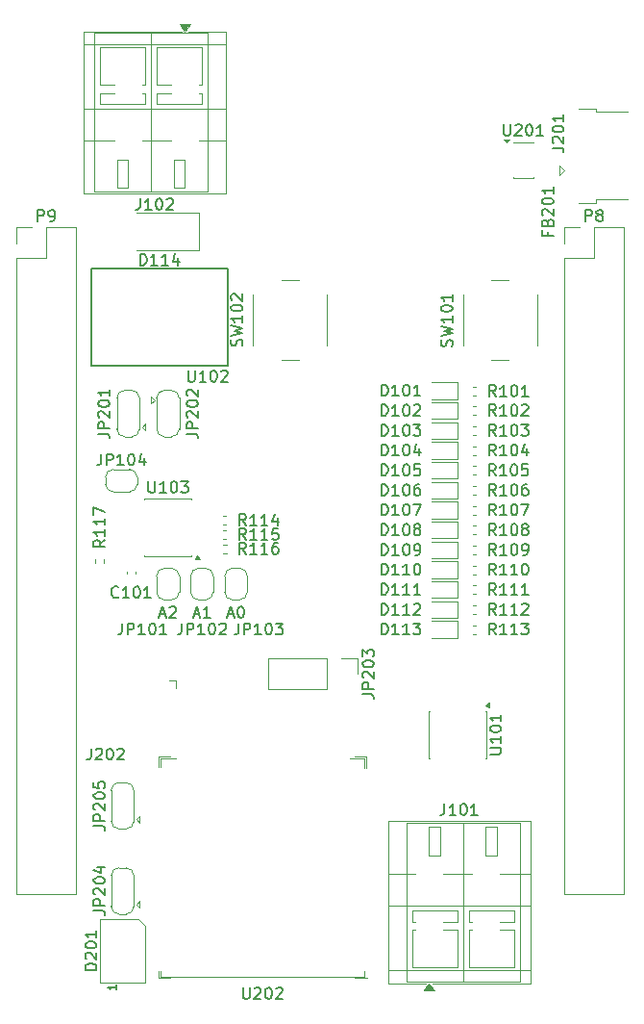
<source format=gbr>
%TF.GenerationSoftware,KiCad,Pcbnew,9.0.1+1*%
%TF.CreationDate,2025-11-21T01:45:49+00:00*%
%TF.ProjectId,com4bbb,636f6d34-6262-4622-9e6b-696361645f70,rev?*%
%TF.SameCoordinates,Original*%
%TF.FileFunction,Legend,Top*%
%TF.FilePolarity,Positive*%
%FSLAX46Y46*%
G04 Gerber Fmt 4.6, Leading zero omitted, Abs format (unit mm)*
G04 Created by KiCad (PCBNEW 9.0.1+1) date 2025-11-21 01:45:49*
%MOMM*%
%LPD*%
G01*
G04 APERTURE LIST*
%ADD10C,0.150000*%
%ADD11C,0.120000*%
G04 APERTURE END LIST*
D10*
X165162005Y-60457219D02*
X165162005Y-59457219D01*
X165162005Y-59457219D02*
X165542957Y-59457219D01*
X165542957Y-59457219D02*
X165638195Y-59504838D01*
X165638195Y-59504838D02*
X165685814Y-59552457D01*
X165685814Y-59552457D02*
X165733433Y-59647695D01*
X165733433Y-59647695D02*
X165733433Y-59790552D01*
X165733433Y-59790552D02*
X165685814Y-59885790D01*
X165685814Y-59885790D02*
X165638195Y-59933409D01*
X165638195Y-59933409D02*
X165542957Y-59981028D01*
X165542957Y-59981028D02*
X165162005Y-59981028D01*
X166304862Y-59885790D02*
X166209624Y-59838171D01*
X166209624Y-59838171D02*
X166162005Y-59790552D01*
X166162005Y-59790552D02*
X166114386Y-59695314D01*
X166114386Y-59695314D02*
X166114386Y-59647695D01*
X166114386Y-59647695D02*
X166162005Y-59552457D01*
X166162005Y-59552457D02*
X166209624Y-59504838D01*
X166209624Y-59504838D02*
X166304862Y-59457219D01*
X166304862Y-59457219D02*
X166495338Y-59457219D01*
X166495338Y-59457219D02*
X166590576Y-59504838D01*
X166590576Y-59504838D02*
X166638195Y-59552457D01*
X166638195Y-59552457D02*
X166685814Y-59647695D01*
X166685814Y-59647695D02*
X166685814Y-59695314D01*
X166685814Y-59695314D02*
X166638195Y-59790552D01*
X166638195Y-59790552D02*
X166590576Y-59838171D01*
X166590576Y-59838171D02*
X166495338Y-59885790D01*
X166495338Y-59885790D02*
X166304862Y-59885790D01*
X166304862Y-59885790D02*
X166209624Y-59933409D01*
X166209624Y-59933409D02*
X166162005Y-59981028D01*
X166162005Y-59981028D02*
X166114386Y-60076266D01*
X166114386Y-60076266D02*
X166114386Y-60266742D01*
X166114386Y-60266742D02*
X166162005Y-60361980D01*
X166162005Y-60361980D02*
X166209624Y-60409600D01*
X166209624Y-60409600D02*
X166304862Y-60457219D01*
X166304862Y-60457219D02*
X166495338Y-60457219D01*
X166495338Y-60457219D02*
X166590576Y-60409600D01*
X166590576Y-60409600D02*
X166638195Y-60361980D01*
X166638195Y-60361980D02*
X166685814Y-60266742D01*
X166685814Y-60266742D02*
X166685814Y-60076266D01*
X166685814Y-60076266D02*
X166638195Y-59981028D01*
X166638195Y-59981028D02*
X166590576Y-59933409D01*
X166590576Y-59933409D02*
X166495338Y-59885790D01*
X116902005Y-60457219D02*
X116902005Y-59457219D01*
X116902005Y-59457219D02*
X117282957Y-59457219D01*
X117282957Y-59457219D02*
X117378195Y-59504838D01*
X117378195Y-59504838D02*
X117425814Y-59552457D01*
X117425814Y-59552457D02*
X117473433Y-59647695D01*
X117473433Y-59647695D02*
X117473433Y-59790552D01*
X117473433Y-59790552D02*
X117425814Y-59885790D01*
X117425814Y-59885790D02*
X117378195Y-59933409D01*
X117378195Y-59933409D02*
X117282957Y-59981028D01*
X117282957Y-59981028D02*
X116902005Y-59981028D01*
X117949624Y-60457219D02*
X118140100Y-60457219D01*
X118140100Y-60457219D02*
X118235338Y-60409600D01*
X118235338Y-60409600D02*
X118282957Y-60361980D01*
X118282957Y-60361980D02*
X118378195Y-60219123D01*
X118378195Y-60219123D02*
X118425814Y-60028647D01*
X118425814Y-60028647D02*
X118425814Y-59647695D01*
X118425814Y-59647695D02*
X118378195Y-59552457D01*
X118378195Y-59552457D02*
X118330576Y-59504838D01*
X118330576Y-59504838D02*
X118235338Y-59457219D01*
X118235338Y-59457219D02*
X118044862Y-59457219D01*
X118044862Y-59457219D02*
X117949624Y-59504838D01*
X117949624Y-59504838D02*
X117902005Y-59552457D01*
X117902005Y-59552457D02*
X117854386Y-59647695D01*
X117854386Y-59647695D02*
X117854386Y-59885790D01*
X117854386Y-59885790D02*
X117902005Y-59981028D01*
X117902005Y-59981028D02*
X117949624Y-60028647D01*
X117949624Y-60028647D02*
X118044862Y-60076266D01*
X118044862Y-60076266D02*
X118235338Y-60076266D01*
X118235338Y-60076266D02*
X118330576Y-60028647D01*
X118330576Y-60028647D02*
X118378195Y-59981028D01*
X118378195Y-59981028D02*
X118425814Y-59885790D01*
X124001052Y-93491980D02*
X123953433Y-93539600D01*
X123953433Y-93539600D02*
X123810576Y-93587219D01*
X123810576Y-93587219D02*
X123715338Y-93587219D01*
X123715338Y-93587219D02*
X123572481Y-93539600D01*
X123572481Y-93539600D02*
X123477243Y-93444361D01*
X123477243Y-93444361D02*
X123429624Y-93349123D01*
X123429624Y-93349123D02*
X123382005Y-93158647D01*
X123382005Y-93158647D02*
X123382005Y-93015790D01*
X123382005Y-93015790D02*
X123429624Y-92825314D01*
X123429624Y-92825314D02*
X123477243Y-92730076D01*
X123477243Y-92730076D02*
X123572481Y-92634838D01*
X123572481Y-92634838D02*
X123715338Y-92587219D01*
X123715338Y-92587219D02*
X123810576Y-92587219D01*
X123810576Y-92587219D02*
X123953433Y-92634838D01*
X123953433Y-92634838D02*
X124001052Y-92682457D01*
X124953433Y-93587219D02*
X124382005Y-93587219D01*
X124667719Y-93587219D02*
X124667719Y-92587219D01*
X124667719Y-92587219D02*
X124572481Y-92730076D01*
X124572481Y-92730076D02*
X124477243Y-92825314D01*
X124477243Y-92825314D02*
X124382005Y-92872933D01*
X125572481Y-92587219D02*
X125667719Y-92587219D01*
X125667719Y-92587219D02*
X125762957Y-92634838D01*
X125762957Y-92634838D02*
X125810576Y-92682457D01*
X125810576Y-92682457D02*
X125858195Y-92777695D01*
X125858195Y-92777695D02*
X125905814Y-92968171D01*
X125905814Y-92968171D02*
X125905814Y-93206266D01*
X125905814Y-93206266D02*
X125858195Y-93396742D01*
X125858195Y-93396742D02*
X125810576Y-93491980D01*
X125810576Y-93491980D02*
X125762957Y-93539600D01*
X125762957Y-93539600D02*
X125667719Y-93587219D01*
X125667719Y-93587219D02*
X125572481Y-93587219D01*
X125572481Y-93587219D02*
X125477243Y-93539600D01*
X125477243Y-93539600D02*
X125429624Y-93491980D01*
X125429624Y-93491980D02*
X125382005Y-93396742D01*
X125382005Y-93396742D02*
X125334386Y-93206266D01*
X125334386Y-93206266D02*
X125334386Y-92968171D01*
X125334386Y-92968171D02*
X125382005Y-92777695D01*
X125382005Y-92777695D02*
X125429624Y-92682457D01*
X125429624Y-92682457D02*
X125477243Y-92634838D01*
X125477243Y-92634838D02*
X125572481Y-92587219D01*
X126858195Y-93587219D02*
X126286767Y-93587219D01*
X126572481Y-93587219D02*
X126572481Y-92587219D01*
X126572481Y-92587219D02*
X126477243Y-92730076D01*
X126477243Y-92730076D02*
X126382005Y-92825314D01*
X126382005Y-92825314D02*
X126286767Y-92872933D01*
X152734385Y-111717219D02*
X152734385Y-112431504D01*
X152734385Y-112431504D02*
X152686766Y-112574361D01*
X152686766Y-112574361D02*
X152591528Y-112669600D01*
X152591528Y-112669600D02*
X152448671Y-112717219D01*
X152448671Y-112717219D02*
X152353433Y-112717219D01*
X153734385Y-112717219D02*
X153162957Y-112717219D01*
X153448671Y-112717219D02*
X153448671Y-111717219D01*
X153448671Y-111717219D02*
X153353433Y-111860076D01*
X153353433Y-111860076D02*
X153258195Y-111955314D01*
X153258195Y-111955314D02*
X153162957Y-112002933D01*
X154353433Y-111717219D02*
X154448671Y-111717219D01*
X154448671Y-111717219D02*
X154543909Y-111764838D01*
X154543909Y-111764838D02*
X154591528Y-111812457D01*
X154591528Y-111812457D02*
X154639147Y-111907695D01*
X154639147Y-111907695D02*
X154686766Y-112098171D01*
X154686766Y-112098171D02*
X154686766Y-112336266D01*
X154686766Y-112336266D02*
X154639147Y-112526742D01*
X154639147Y-112526742D02*
X154591528Y-112621980D01*
X154591528Y-112621980D02*
X154543909Y-112669600D01*
X154543909Y-112669600D02*
X154448671Y-112717219D01*
X154448671Y-112717219D02*
X154353433Y-112717219D01*
X154353433Y-112717219D02*
X154258195Y-112669600D01*
X154258195Y-112669600D02*
X154210576Y-112621980D01*
X154210576Y-112621980D02*
X154162957Y-112526742D01*
X154162957Y-112526742D02*
X154115338Y-112336266D01*
X154115338Y-112336266D02*
X154115338Y-112098171D01*
X154115338Y-112098171D02*
X154162957Y-111907695D01*
X154162957Y-111907695D02*
X154210576Y-111812457D01*
X154210576Y-111812457D02*
X154258195Y-111764838D01*
X154258195Y-111764838D02*
X154353433Y-111717219D01*
X155639147Y-112717219D02*
X155067719Y-112717219D01*
X155353433Y-112717219D02*
X155353433Y-111717219D01*
X155353433Y-111717219D02*
X155258195Y-111860076D01*
X155258195Y-111860076D02*
X155162957Y-111955314D01*
X155162957Y-111955314D02*
X155067719Y-112002933D01*
X122224919Y-79168114D02*
X122939204Y-79168114D01*
X122939204Y-79168114D02*
X123082061Y-79215733D01*
X123082061Y-79215733D02*
X123177300Y-79310971D01*
X123177300Y-79310971D02*
X123224919Y-79453828D01*
X123224919Y-79453828D02*
X123224919Y-79549066D01*
X123224919Y-78691923D02*
X122224919Y-78691923D01*
X122224919Y-78691923D02*
X122224919Y-78310971D01*
X122224919Y-78310971D02*
X122272538Y-78215733D01*
X122272538Y-78215733D02*
X122320157Y-78168114D01*
X122320157Y-78168114D02*
X122415395Y-78120495D01*
X122415395Y-78120495D02*
X122558252Y-78120495D01*
X122558252Y-78120495D02*
X122653490Y-78168114D01*
X122653490Y-78168114D02*
X122701109Y-78215733D01*
X122701109Y-78215733D02*
X122748728Y-78310971D01*
X122748728Y-78310971D02*
X122748728Y-78691923D01*
X122320157Y-77739542D02*
X122272538Y-77691923D01*
X122272538Y-77691923D02*
X122224919Y-77596685D01*
X122224919Y-77596685D02*
X122224919Y-77358590D01*
X122224919Y-77358590D02*
X122272538Y-77263352D01*
X122272538Y-77263352D02*
X122320157Y-77215733D01*
X122320157Y-77215733D02*
X122415395Y-77168114D01*
X122415395Y-77168114D02*
X122510633Y-77168114D01*
X122510633Y-77168114D02*
X122653490Y-77215733D01*
X122653490Y-77215733D02*
X123224919Y-77787161D01*
X123224919Y-77787161D02*
X123224919Y-77168114D01*
X122224919Y-76549066D02*
X122224919Y-76453828D01*
X122224919Y-76453828D02*
X122272538Y-76358590D01*
X122272538Y-76358590D02*
X122320157Y-76310971D01*
X122320157Y-76310971D02*
X122415395Y-76263352D01*
X122415395Y-76263352D02*
X122605871Y-76215733D01*
X122605871Y-76215733D02*
X122843966Y-76215733D01*
X122843966Y-76215733D02*
X123034442Y-76263352D01*
X123034442Y-76263352D02*
X123129680Y-76310971D01*
X123129680Y-76310971D02*
X123177300Y-76358590D01*
X123177300Y-76358590D02*
X123224919Y-76453828D01*
X123224919Y-76453828D02*
X123224919Y-76549066D01*
X123224919Y-76549066D02*
X123177300Y-76644304D01*
X123177300Y-76644304D02*
X123129680Y-76691923D01*
X123129680Y-76691923D02*
X123034442Y-76739542D01*
X123034442Y-76739542D02*
X122843966Y-76787161D01*
X122843966Y-76787161D02*
X122605871Y-76787161D01*
X122605871Y-76787161D02*
X122415395Y-76739542D01*
X122415395Y-76739542D02*
X122320157Y-76691923D01*
X122320157Y-76691923D02*
X122272538Y-76644304D01*
X122272538Y-76644304D02*
X122224919Y-76549066D01*
X123224919Y-75263352D02*
X123224919Y-75834780D01*
X123224919Y-75549066D02*
X122224919Y-75549066D01*
X122224919Y-75549066D02*
X122367776Y-75644304D01*
X122367776Y-75644304D02*
X122463014Y-75739542D01*
X122463014Y-75739542D02*
X122510633Y-75834780D01*
X130024919Y-79168114D02*
X130739204Y-79168114D01*
X130739204Y-79168114D02*
X130882061Y-79215733D01*
X130882061Y-79215733D02*
X130977300Y-79310971D01*
X130977300Y-79310971D02*
X131024919Y-79453828D01*
X131024919Y-79453828D02*
X131024919Y-79549066D01*
X131024919Y-78691923D02*
X130024919Y-78691923D01*
X130024919Y-78691923D02*
X130024919Y-78310971D01*
X130024919Y-78310971D02*
X130072538Y-78215733D01*
X130072538Y-78215733D02*
X130120157Y-78168114D01*
X130120157Y-78168114D02*
X130215395Y-78120495D01*
X130215395Y-78120495D02*
X130358252Y-78120495D01*
X130358252Y-78120495D02*
X130453490Y-78168114D01*
X130453490Y-78168114D02*
X130501109Y-78215733D01*
X130501109Y-78215733D02*
X130548728Y-78310971D01*
X130548728Y-78310971D02*
X130548728Y-78691923D01*
X130120157Y-77739542D02*
X130072538Y-77691923D01*
X130072538Y-77691923D02*
X130024919Y-77596685D01*
X130024919Y-77596685D02*
X130024919Y-77358590D01*
X130024919Y-77358590D02*
X130072538Y-77263352D01*
X130072538Y-77263352D02*
X130120157Y-77215733D01*
X130120157Y-77215733D02*
X130215395Y-77168114D01*
X130215395Y-77168114D02*
X130310633Y-77168114D01*
X130310633Y-77168114D02*
X130453490Y-77215733D01*
X130453490Y-77215733D02*
X131024919Y-77787161D01*
X131024919Y-77787161D02*
X131024919Y-77168114D01*
X130024919Y-76549066D02*
X130024919Y-76453828D01*
X130024919Y-76453828D02*
X130072538Y-76358590D01*
X130072538Y-76358590D02*
X130120157Y-76310971D01*
X130120157Y-76310971D02*
X130215395Y-76263352D01*
X130215395Y-76263352D02*
X130405871Y-76215733D01*
X130405871Y-76215733D02*
X130643966Y-76215733D01*
X130643966Y-76215733D02*
X130834442Y-76263352D01*
X130834442Y-76263352D02*
X130929680Y-76310971D01*
X130929680Y-76310971D02*
X130977300Y-76358590D01*
X130977300Y-76358590D02*
X131024919Y-76453828D01*
X131024919Y-76453828D02*
X131024919Y-76549066D01*
X131024919Y-76549066D02*
X130977300Y-76644304D01*
X130977300Y-76644304D02*
X130929680Y-76691923D01*
X130929680Y-76691923D02*
X130834442Y-76739542D01*
X130834442Y-76739542D02*
X130643966Y-76787161D01*
X130643966Y-76787161D02*
X130405871Y-76787161D01*
X130405871Y-76787161D02*
X130215395Y-76739542D01*
X130215395Y-76739542D02*
X130120157Y-76691923D01*
X130120157Y-76691923D02*
X130072538Y-76644304D01*
X130072538Y-76644304D02*
X130024919Y-76549066D01*
X130120157Y-75834780D02*
X130072538Y-75787161D01*
X130072538Y-75787161D02*
X130024919Y-75691923D01*
X130024919Y-75691923D02*
X130024919Y-75453828D01*
X130024919Y-75453828D02*
X130072538Y-75358590D01*
X130072538Y-75358590D02*
X130120157Y-75310971D01*
X130120157Y-75310971D02*
X130215395Y-75263352D01*
X130215395Y-75263352D02*
X130310633Y-75263352D01*
X130310633Y-75263352D02*
X130453490Y-75310971D01*
X130453490Y-75310971D02*
X131024919Y-75882399D01*
X131024919Y-75882399D02*
X131024919Y-75263352D01*
X121824919Y-121118114D02*
X122539204Y-121118114D01*
X122539204Y-121118114D02*
X122682061Y-121165733D01*
X122682061Y-121165733D02*
X122777300Y-121260971D01*
X122777300Y-121260971D02*
X122824919Y-121403828D01*
X122824919Y-121403828D02*
X122824919Y-121499066D01*
X122824919Y-120641923D02*
X121824919Y-120641923D01*
X121824919Y-120641923D02*
X121824919Y-120260971D01*
X121824919Y-120260971D02*
X121872538Y-120165733D01*
X121872538Y-120165733D02*
X121920157Y-120118114D01*
X121920157Y-120118114D02*
X122015395Y-120070495D01*
X122015395Y-120070495D02*
X122158252Y-120070495D01*
X122158252Y-120070495D02*
X122253490Y-120118114D01*
X122253490Y-120118114D02*
X122301109Y-120165733D01*
X122301109Y-120165733D02*
X122348728Y-120260971D01*
X122348728Y-120260971D02*
X122348728Y-120641923D01*
X121920157Y-119689542D02*
X121872538Y-119641923D01*
X121872538Y-119641923D02*
X121824919Y-119546685D01*
X121824919Y-119546685D02*
X121824919Y-119308590D01*
X121824919Y-119308590D02*
X121872538Y-119213352D01*
X121872538Y-119213352D02*
X121920157Y-119165733D01*
X121920157Y-119165733D02*
X122015395Y-119118114D01*
X122015395Y-119118114D02*
X122110633Y-119118114D01*
X122110633Y-119118114D02*
X122253490Y-119165733D01*
X122253490Y-119165733D02*
X122824919Y-119737161D01*
X122824919Y-119737161D02*
X122824919Y-119118114D01*
X121824919Y-118499066D02*
X121824919Y-118403828D01*
X121824919Y-118403828D02*
X121872538Y-118308590D01*
X121872538Y-118308590D02*
X121920157Y-118260971D01*
X121920157Y-118260971D02*
X122015395Y-118213352D01*
X122015395Y-118213352D02*
X122205871Y-118165733D01*
X122205871Y-118165733D02*
X122443966Y-118165733D01*
X122443966Y-118165733D02*
X122634442Y-118213352D01*
X122634442Y-118213352D02*
X122729680Y-118260971D01*
X122729680Y-118260971D02*
X122777300Y-118308590D01*
X122777300Y-118308590D02*
X122824919Y-118403828D01*
X122824919Y-118403828D02*
X122824919Y-118499066D01*
X122824919Y-118499066D02*
X122777300Y-118594304D01*
X122777300Y-118594304D02*
X122729680Y-118641923D01*
X122729680Y-118641923D02*
X122634442Y-118689542D01*
X122634442Y-118689542D02*
X122443966Y-118737161D01*
X122443966Y-118737161D02*
X122205871Y-118737161D01*
X122205871Y-118737161D02*
X122015395Y-118689542D01*
X122015395Y-118689542D02*
X121920157Y-118641923D01*
X121920157Y-118641923D02*
X121872538Y-118594304D01*
X121872538Y-118594304D02*
X121824919Y-118499066D01*
X122158252Y-117308590D02*
X122824919Y-117308590D01*
X121777300Y-117546685D02*
X122491585Y-117784780D01*
X122491585Y-117784780D02*
X122491585Y-117165733D01*
X121824919Y-113668114D02*
X122539204Y-113668114D01*
X122539204Y-113668114D02*
X122682061Y-113715733D01*
X122682061Y-113715733D02*
X122777300Y-113810971D01*
X122777300Y-113810971D02*
X122824919Y-113953828D01*
X122824919Y-113953828D02*
X122824919Y-114049066D01*
X122824919Y-113191923D02*
X121824919Y-113191923D01*
X121824919Y-113191923D02*
X121824919Y-112810971D01*
X121824919Y-112810971D02*
X121872538Y-112715733D01*
X121872538Y-112715733D02*
X121920157Y-112668114D01*
X121920157Y-112668114D02*
X122015395Y-112620495D01*
X122015395Y-112620495D02*
X122158252Y-112620495D01*
X122158252Y-112620495D02*
X122253490Y-112668114D01*
X122253490Y-112668114D02*
X122301109Y-112715733D01*
X122301109Y-112715733D02*
X122348728Y-112810971D01*
X122348728Y-112810971D02*
X122348728Y-113191923D01*
X121920157Y-112239542D02*
X121872538Y-112191923D01*
X121872538Y-112191923D02*
X121824919Y-112096685D01*
X121824919Y-112096685D02*
X121824919Y-111858590D01*
X121824919Y-111858590D02*
X121872538Y-111763352D01*
X121872538Y-111763352D02*
X121920157Y-111715733D01*
X121920157Y-111715733D02*
X122015395Y-111668114D01*
X122015395Y-111668114D02*
X122110633Y-111668114D01*
X122110633Y-111668114D02*
X122253490Y-111715733D01*
X122253490Y-111715733D02*
X122824919Y-112287161D01*
X122824919Y-112287161D02*
X122824919Y-111668114D01*
X121824919Y-111049066D02*
X121824919Y-110953828D01*
X121824919Y-110953828D02*
X121872538Y-110858590D01*
X121872538Y-110858590D02*
X121920157Y-110810971D01*
X121920157Y-110810971D02*
X122015395Y-110763352D01*
X122015395Y-110763352D02*
X122205871Y-110715733D01*
X122205871Y-110715733D02*
X122443966Y-110715733D01*
X122443966Y-110715733D02*
X122634442Y-110763352D01*
X122634442Y-110763352D02*
X122729680Y-110810971D01*
X122729680Y-110810971D02*
X122777300Y-110858590D01*
X122777300Y-110858590D02*
X122824919Y-110953828D01*
X122824919Y-110953828D02*
X122824919Y-111049066D01*
X122824919Y-111049066D02*
X122777300Y-111144304D01*
X122777300Y-111144304D02*
X122729680Y-111191923D01*
X122729680Y-111191923D02*
X122634442Y-111239542D01*
X122634442Y-111239542D02*
X122443966Y-111287161D01*
X122443966Y-111287161D02*
X122205871Y-111287161D01*
X122205871Y-111287161D02*
X122015395Y-111239542D01*
X122015395Y-111239542D02*
X121920157Y-111191923D01*
X121920157Y-111191923D02*
X121872538Y-111144304D01*
X121872538Y-111144304D02*
X121824919Y-111049066D01*
X121824919Y-109810971D02*
X121824919Y-110287161D01*
X121824919Y-110287161D02*
X122301109Y-110334780D01*
X122301109Y-110334780D02*
X122253490Y-110287161D01*
X122253490Y-110287161D02*
X122205871Y-110191923D01*
X122205871Y-110191923D02*
X122205871Y-109953828D01*
X122205871Y-109953828D02*
X122253490Y-109858590D01*
X122253490Y-109858590D02*
X122301109Y-109810971D01*
X122301109Y-109810971D02*
X122396347Y-109763352D01*
X122396347Y-109763352D02*
X122634442Y-109763352D01*
X122634442Y-109763352D02*
X122729680Y-109810971D01*
X122729680Y-109810971D02*
X122777300Y-109858590D01*
X122777300Y-109858590D02*
X122824919Y-109953828D01*
X122824919Y-109953828D02*
X122824919Y-110191923D01*
X122824919Y-110191923D02*
X122777300Y-110287161D01*
X122777300Y-110287161D02*
X122729680Y-110334780D01*
X124334385Y-95837219D02*
X124334385Y-96551504D01*
X124334385Y-96551504D02*
X124286766Y-96694361D01*
X124286766Y-96694361D02*
X124191528Y-96789600D01*
X124191528Y-96789600D02*
X124048671Y-96837219D01*
X124048671Y-96837219D02*
X123953433Y-96837219D01*
X124810576Y-96837219D02*
X124810576Y-95837219D01*
X124810576Y-95837219D02*
X125191528Y-95837219D01*
X125191528Y-95837219D02*
X125286766Y-95884838D01*
X125286766Y-95884838D02*
X125334385Y-95932457D01*
X125334385Y-95932457D02*
X125382004Y-96027695D01*
X125382004Y-96027695D02*
X125382004Y-96170552D01*
X125382004Y-96170552D02*
X125334385Y-96265790D01*
X125334385Y-96265790D02*
X125286766Y-96313409D01*
X125286766Y-96313409D02*
X125191528Y-96361028D01*
X125191528Y-96361028D02*
X124810576Y-96361028D01*
X126334385Y-96837219D02*
X125762957Y-96837219D01*
X126048671Y-96837219D02*
X126048671Y-95837219D01*
X126048671Y-95837219D02*
X125953433Y-95980076D01*
X125953433Y-95980076D02*
X125858195Y-96075314D01*
X125858195Y-96075314D02*
X125762957Y-96122933D01*
X126953433Y-95837219D02*
X127048671Y-95837219D01*
X127048671Y-95837219D02*
X127143909Y-95884838D01*
X127143909Y-95884838D02*
X127191528Y-95932457D01*
X127191528Y-95932457D02*
X127239147Y-96027695D01*
X127239147Y-96027695D02*
X127286766Y-96218171D01*
X127286766Y-96218171D02*
X127286766Y-96456266D01*
X127286766Y-96456266D02*
X127239147Y-96646742D01*
X127239147Y-96646742D02*
X127191528Y-96741980D01*
X127191528Y-96741980D02*
X127143909Y-96789600D01*
X127143909Y-96789600D02*
X127048671Y-96837219D01*
X127048671Y-96837219D02*
X126953433Y-96837219D01*
X126953433Y-96837219D02*
X126858195Y-96789600D01*
X126858195Y-96789600D02*
X126810576Y-96741980D01*
X126810576Y-96741980D02*
X126762957Y-96646742D01*
X126762957Y-96646742D02*
X126715338Y-96456266D01*
X126715338Y-96456266D02*
X126715338Y-96218171D01*
X126715338Y-96218171D02*
X126762957Y-96027695D01*
X126762957Y-96027695D02*
X126810576Y-95932457D01*
X126810576Y-95932457D02*
X126858195Y-95884838D01*
X126858195Y-95884838D02*
X126953433Y-95837219D01*
X128239147Y-96837219D02*
X127667719Y-96837219D01*
X127953433Y-96837219D02*
X127953433Y-95837219D01*
X127953433Y-95837219D02*
X127858195Y-95980076D01*
X127858195Y-95980076D02*
X127762957Y-96075314D01*
X127762957Y-96075314D02*
X127667719Y-96122933D01*
X127655814Y-95051504D02*
X128132004Y-95051504D01*
X127560576Y-95337219D02*
X127893909Y-94337219D01*
X127893909Y-94337219D02*
X128227242Y-95337219D01*
X128512957Y-94432457D02*
X128560576Y-94384838D01*
X128560576Y-94384838D02*
X128655814Y-94337219D01*
X128655814Y-94337219D02*
X128893909Y-94337219D01*
X128893909Y-94337219D02*
X128989147Y-94384838D01*
X128989147Y-94384838D02*
X129036766Y-94432457D01*
X129036766Y-94432457D02*
X129084385Y-94527695D01*
X129084385Y-94527695D02*
X129084385Y-94622933D01*
X129084385Y-94622933D02*
X129036766Y-94765790D01*
X129036766Y-94765790D02*
X128465338Y-95337219D01*
X128465338Y-95337219D02*
X129084385Y-95337219D01*
X134584385Y-95837219D02*
X134584385Y-96551504D01*
X134584385Y-96551504D02*
X134536766Y-96694361D01*
X134536766Y-96694361D02*
X134441528Y-96789600D01*
X134441528Y-96789600D02*
X134298671Y-96837219D01*
X134298671Y-96837219D02*
X134203433Y-96837219D01*
X135060576Y-96837219D02*
X135060576Y-95837219D01*
X135060576Y-95837219D02*
X135441528Y-95837219D01*
X135441528Y-95837219D02*
X135536766Y-95884838D01*
X135536766Y-95884838D02*
X135584385Y-95932457D01*
X135584385Y-95932457D02*
X135632004Y-96027695D01*
X135632004Y-96027695D02*
X135632004Y-96170552D01*
X135632004Y-96170552D02*
X135584385Y-96265790D01*
X135584385Y-96265790D02*
X135536766Y-96313409D01*
X135536766Y-96313409D02*
X135441528Y-96361028D01*
X135441528Y-96361028D02*
X135060576Y-96361028D01*
X136584385Y-96837219D02*
X136012957Y-96837219D01*
X136298671Y-96837219D02*
X136298671Y-95837219D01*
X136298671Y-95837219D02*
X136203433Y-95980076D01*
X136203433Y-95980076D02*
X136108195Y-96075314D01*
X136108195Y-96075314D02*
X136012957Y-96122933D01*
X137203433Y-95837219D02*
X137298671Y-95837219D01*
X137298671Y-95837219D02*
X137393909Y-95884838D01*
X137393909Y-95884838D02*
X137441528Y-95932457D01*
X137441528Y-95932457D02*
X137489147Y-96027695D01*
X137489147Y-96027695D02*
X137536766Y-96218171D01*
X137536766Y-96218171D02*
X137536766Y-96456266D01*
X137536766Y-96456266D02*
X137489147Y-96646742D01*
X137489147Y-96646742D02*
X137441528Y-96741980D01*
X137441528Y-96741980D02*
X137393909Y-96789600D01*
X137393909Y-96789600D02*
X137298671Y-96837219D01*
X137298671Y-96837219D02*
X137203433Y-96837219D01*
X137203433Y-96837219D02*
X137108195Y-96789600D01*
X137108195Y-96789600D02*
X137060576Y-96741980D01*
X137060576Y-96741980D02*
X137012957Y-96646742D01*
X137012957Y-96646742D02*
X136965338Y-96456266D01*
X136965338Y-96456266D02*
X136965338Y-96218171D01*
X136965338Y-96218171D02*
X137012957Y-96027695D01*
X137012957Y-96027695D02*
X137060576Y-95932457D01*
X137060576Y-95932457D02*
X137108195Y-95884838D01*
X137108195Y-95884838D02*
X137203433Y-95837219D01*
X137870100Y-95837219D02*
X138489147Y-95837219D01*
X138489147Y-95837219D02*
X138155814Y-96218171D01*
X138155814Y-96218171D02*
X138298671Y-96218171D01*
X138298671Y-96218171D02*
X138393909Y-96265790D01*
X138393909Y-96265790D02*
X138441528Y-96313409D01*
X138441528Y-96313409D02*
X138489147Y-96408647D01*
X138489147Y-96408647D02*
X138489147Y-96646742D01*
X138489147Y-96646742D02*
X138441528Y-96741980D01*
X138441528Y-96741980D02*
X138393909Y-96789600D01*
X138393909Y-96789600D02*
X138298671Y-96837219D01*
X138298671Y-96837219D02*
X138012957Y-96837219D01*
X138012957Y-96837219D02*
X137917719Y-96789600D01*
X137917719Y-96789600D02*
X137870100Y-96741980D01*
X133655814Y-95051504D02*
X134132004Y-95051504D01*
X133560576Y-95337219D02*
X133893909Y-94337219D01*
X133893909Y-94337219D02*
X134227242Y-95337219D01*
X134751052Y-94337219D02*
X134846290Y-94337219D01*
X134846290Y-94337219D02*
X134941528Y-94384838D01*
X134941528Y-94384838D02*
X134989147Y-94432457D01*
X134989147Y-94432457D02*
X135036766Y-94527695D01*
X135036766Y-94527695D02*
X135084385Y-94718171D01*
X135084385Y-94718171D02*
X135084385Y-94956266D01*
X135084385Y-94956266D02*
X135036766Y-95146742D01*
X135036766Y-95146742D02*
X134989147Y-95241980D01*
X134989147Y-95241980D02*
X134941528Y-95289600D01*
X134941528Y-95289600D02*
X134846290Y-95337219D01*
X134846290Y-95337219D02*
X134751052Y-95337219D01*
X134751052Y-95337219D02*
X134655814Y-95289600D01*
X134655814Y-95289600D02*
X134608195Y-95241980D01*
X134608195Y-95241980D02*
X134560576Y-95146742D01*
X134560576Y-95146742D02*
X134512957Y-94956266D01*
X134512957Y-94956266D02*
X134512957Y-94718171D01*
X134512957Y-94718171D02*
X134560576Y-94527695D01*
X134560576Y-94527695D02*
X134608195Y-94432457D01*
X134608195Y-94432457D02*
X134655814Y-94384838D01*
X134655814Y-94384838D02*
X134751052Y-94337219D01*
X157251052Y-75887219D02*
X156917719Y-75411028D01*
X156679624Y-75887219D02*
X156679624Y-74887219D01*
X156679624Y-74887219D02*
X157060576Y-74887219D01*
X157060576Y-74887219D02*
X157155814Y-74934838D01*
X157155814Y-74934838D02*
X157203433Y-74982457D01*
X157203433Y-74982457D02*
X157251052Y-75077695D01*
X157251052Y-75077695D02*
X157251052Y-75220552D01*
X157251052Y-75220552D02*
X157203433Y-75315790D01*
X157203433Y-75315790D02*
X157155814Y-75363409D01*
X157155814Y-75363409D02*
X157060576Y-75411028D01*
X157060576Y-75411028D02*
X156679624Y-75411028D01*
X158203433Y-75887219D02*
X157632005Y-75887219D01*
X157917719Y-75887219D02*
X157917719Y-74887219D01*
X157917719Y-74887219D02*
X157822481Y-75030076D01*
X157822481Y-75030076D02*
X157727243Y-75125314D01*
X157727243Y-75125314D02*
X157632005Y-75172933D01*
X158822481Y-74887219D02*
X158917719Y-74887219D01*
X158917719Y-74887219D02*
X159012957Y-74934838D01*
X159012957Y-74934838D02*
X159060576Y-74982457D01*
X159060576Y-74982457D02*
X159108195Y-75077695D01*
X159108195Y-75077695D02*
X159155814Y-75268171D01*
X159155814Y-75268171D02*
X159155814Y-75506266D01*
X159155814Y-75506266D02*
X159108195Y-75696742D01*
X159108195Y-75696742D02*
X159060576Y-75791980D01*
X159060576Y-75791980D02*
X159012957Y-75839600D01*
X159012957Y-75839600D02*
X158917719Y-75887219D01*
X158917719Y-75887219D02*
X158822481Y-75887219D01*
X158822481Y-75887219D02*
X158727243Y-75839600D01*
X158727243Y-75839600D02*
X158679624Y-75791980D01*
X158679624Y-75791980D02*
X158632005Y-75696742D01*
X158632005Y-75696742D02*
X158584386Y-75506266D01*
X158584386Y-75506266D02*
X158584386Y-75268171D01*
X158584386Y-75268171D02*
X158632005Y-75077695D01*
X158632005Y-75077695D02*
X158679624Y-74982457D01*
X158679624Y-74982457D02*
X158727243Y-74934838D01*
X158727243Y-74934838D02*
X158822481Y-74887219D01*
X160108195Y-75887219D02*
X159536767Y-75887219D01*
X159822481Y-75887219D02*
X159822481Y-74887219D01*
X159822481Y-74887219D02*
X159727243Y-75030076D01*
X159727243Y-75030076D02*
X159632005Y-75125314D01*
X159632005Y-75125314D02*
X159536767Y-75172933D01*
X157251052Y-77587219D02*
X156917719Y-77111028D01*
X156679624Y-77587219D02*
X156679624Y-76587219D01*
X156679624Y-76587219D02*
X157060576Y-76587219D01*
X157060576Y-76587219D02*
X157155814Y-76634838D01*
X157155814Y-76634838D02*
X157203433Y-76682457D01*
X157203433Y-76682457D02*
X157251052Y-76777695D01*
X157251052Y-76777695D02*
X157251052Y-76920552D01*
X157251052Y-76920552D02*
X157203433Y-77015790D01*
X157203433Y-77015790D02*
X157155814Y-77063409D01*
X157155814Y-77063409D02*
X157060576Y-77111028D01*
X157060576Y-77111028D02*
X156679624Y-77111028D01*
X158203433Y-77587219D02*
X157632005Y-77587219D01*
X157917719Y-77587219D02*
X157917719Y-76587219D01*
X157917719Y-76587219D02*
X157822481Y-76730076D01*
X157822481Y-76730076D02*
X157727243Y-76825314D01*
X157727243Y-76825314D02*
X157632005Y-76872933D01*
X158822481Y-76587219D02*
X158917719Y-76587219D01*
X158917719Y-76587219D02*
X159012957Y-76634838D01*
X159012957Y-76634838D02*
X159060576Y-76682457D01*
X159060576Y-76682457D02*
X159108195Y-76777695D01*
X159108195Y-76777695D02*
X159155814Y-76968171D01*
X159155814Y-76968171D02*
X159155814Y-77206266D01*
X159155814Y-77206266D02*
X159108195Y-77396742D01*
X159108195Y-77396742D02*
X159060576Y-77491980D01*
X159060576Y-77491980D02*
X159012957Y-77539600D01*
X159012957Y-77539600D02*
X158917719Y-77587219D01*
X158917719Y-77587219D02*
X158822481Y-77587219D01*
X158822481Y-77587219D02*
X158727243Y-77539600D01*
X158727243Y-77539600D02*
X158679624Y-77491980D01*
X158679624Y-77491980D02*
X158632005Y-77396742D01*
X158632005Y-77396742D02*
X158584386Y-77206266D01*
X158584386Y-77206266D02*
X158584386Y-76968171D01*
X158584386Y-76968171D02*
X158632005Y-76777695D01*
X158632005Y-76777695D02*
X158679624Y-76682457D01*
X158679624Y-76682457D02*
X158727243Y-76634838D01*
X158727243Y-76634838D02*
X158822481Y-76587219D01*
X159536767Y-76682457D02*
X159584386Y-76634838D01*
X159584386Y-76634838D02*
X159679624Y-76587219D01*
X159679624Y-76587219D02*
X159917719Y-76587219D01*
X159917719Y-76587219D02*
X160012957Y-76634838D01*
X160012957Y-76634838D02*
X160060576Y-76682457D01*
X160060576Y-76682457D02*
X160108195Y-76777695D01*
X160108195Y-76777695D02*
X160108195Y-76872933D01*
X160108195Y-76872933D02*
X160060576Y-77015790D01*
X160060576Y-77015790D02*
X159489148Y-77587219D01*
X159489148Y-77587219D02*
X160108195Y-77587219D01*
X157251052Y-81087219D02*
X156917719Y-80611028D01*
X156679624Y-81087219D02*
X156679624Y-80087219D01*
X156679624Y-80087219D02*
X157060576Y-80087219D01*
X157060576Y-80087219D02*
X157155814Y-80134838D01*
X157155814Y-80134838D02*
X157203433Y-80182457D01*
X157203433Y-80182457D02*
X157251052Y-80277695D01*
X157251052Y-80277695D02*
X157251052Y-80420552D01*
X157251052Y-80420552D02*
X157203433Y-80515790D01*
X157203433Y-80515790D02*
X157155814Y-80563409D01*
X157155814Y-80563409D02*
X157060576Y-80611028D01*
X157060576Y-80611028D02*
X156679624Y-80611028D01*
X158203433Y-81087219D02*
X157632005Y-81087219D01*
X157917719Y-81087219D02*
X157917719Y-80087219D01*
X157917719Y-80087219D02*
X157822481Y-80230076D01*
X157822481Y-80230076D02*
X157727243Y-80325314D01*
X157727243Y-80325314D02*
X157632005Y-80372933D01*
X158822481Y-80087219D02*
X158917719Y-80087219D01*
X158917719Y-80087219D02*
X159012957Y-80134838D01*
X159012957Y-80134838D02*
X159060576Y-80182457D01*
X159060576Y-80182457D02*
X159108195Y-80277695D01*
X159108195Y-80277695D02*
X159155814Y-80468171D01*
X159155814Y-80468171D02*
X159155814Y-80706266D01*
X159155814Y-80706266D02*
X159108195Y-80896742D01*
X159108195Y-80896742D02*
X159060576Y-80991980D01*
X159060576Y-80991980D02*
X159012957Y-81039600D01*
X159012957Y-81039600D02*
X158917719Y-81087219D01*
X158917719Y-81087219D02*
X158822481Y-81087219D01*
X158822481Y-81087219D02*
X158727243Y-81039600D01*
X158727243Y-81039600D02*
X158679624Y-80991980D01*
X158679624Y-80991980D02*
X158632005Y-80896742D01*
X158632005Y-80896742D02*
X158584386Y-80706266D01*
X158584386Y-80706266D02*
X158584386Y-80468171D01*
X158584386Y-80468171D02*
X158632005Y-80277695D01*
X158632005Y-80277695D02*
X158679624Y-80182457D01*
X158679624Y-80182457D02*
X158727243Y-80134838D01*
X158727243Y-80134838D02*
X158822481Y-80087219D01*
X160012957Y-80420552D02*
X160012957Y-81087219D01*
X159774862Y-80039600D02*
X159536767Y-80753885D01*
X159536767Y-80753885D02*
X160155814Y-80753885D01*
X153377300Y-71468113D02*
X153424919Y-71325256D01*
X153424919Y-71325256D02*
X153424919Y-71087161D01*
X153424919Y-71087161D02*
X153377300Y-70991923D01*
X153377300Y-70991923D02*
X153329680Y-70944304D01*
X153329680Y-70944304D02*
X153234442Y-70896685D01*
X153234442Y-70896685D02*
X153139204Y-70896685D01*
X153139204Y-70896685D02*
X153043966Y-70944304D01*
X153043966Y-70944304D02*
X152996347Y-70991923D01*
X152996347Y-70991923D02*
X152948728Y-71087161D01*
X152948728Y-71087161D02*
X152901109Y-71277637D01*
X152901109Y-71277637D02*
X152853490Y-71372875D01*
X152853490Y-71372875D02*
X152805871Y-71420494D01*
X152805871Y-71420494D02*
X152710633Y-71468113D01*
X152710633Y-71468113D02*
X152615395Y-71468113D01*
X152615395Y-71468113D02*
X152520157Y-71420494D01*
X152520157Y-71420494D02*
X152472538Y-71372875D01*
X152472538Y-71372875D02*
X152424919Y-71277637D01*
X152424919Y-71277637D02*
X152424919Y-71039542D01*
X152424919Y-71039542D02*
X152472538Y-70896685D01*
X152424919Y-70563351D02*
X153424919Y-70325256D01*
X153424919Y-70325256D02*
X152710633Y-70134780D01*
X152710633Y-70134780D02*
X153424919Y-69944304D01*
X153424919Y-69944304D02*
X152424919Y-69706209D01*
X153424919Y-68801447D02*
X153424919Y-69372875D01*
X153424919Y-69087161D02*
X152424919Y-69087161D01*
X152424919Y-69087161D02*
X152567776Y-69182399D01*
X152567776Y-69182399D02*
X152663014Y-69277637D01*
X152663014Y-69277637D02*
X152710633Y-69372875D01*
X152424919Y-68182399D02*
X152424919Y-68087161D01*
X152424919Y-68087161D02*
X152472538Y-67991923D01*
X152472538Y-67991923D02*
X152520157Y-67944304D01*
X152520157Y-67944304D02*
X152615395Y-67896685D01*
X152615395Y-67896685D02*
X152805871Y-67849066D01*
X152805871Y-67849066D02*
X153043966Y-67849066D01*
X153043966Y-67849066D02*
X153234442Y-67896685D01*
X153234442Y-67896685D02*
X153329680Y-67944304D01*
X153329680Y-67944304D02*
X153377300Y-67991923D01*
X153377300Y-67991923D02*
X153424919Y-68087161D01*
X153424919Y-68087161D02*
X153424919Y-68182399D01*
X153424919Y-68182399D02*
X153377300Y-68277637D01*
X153377300Y-68277637D02*
X153329680Y-68325256D01*
X153329680Y-68325256D02*
X153234442Y-68372875D01*
X153234442Y-68372875D02*
X153043966Y-68420494D01*
X153043966Y-68420494D02*
X152805871Y-68420494D01*
X152805871Y-68420494D02*
X152615395Y-68372875D01*
X152615395Y-68372875D02*
X152520157Y-68325256D01*
X152520157Y-68325256D02*
X152472538Y-68277637D01*
X152472538Y-68277637D02*
X152424919Y-68182399D01*
X153424919Y-66896685D02*
X153424919Y-67468113D01*
X153424919Y-67182399D02*
X152424919Y-67182399D01*
X152424919Y-67182399D02*
X152567776Y-67277637D01*
X152567776Y-67277637D02*
X152663014Y-67372875D01*
X152663014Y-67372875D02*
X152710633Y-67468113D01*
X134877300Y-71418113D02*
X134924919Y-71275256D01*
X134924919Y-71275256D02*
X134924919Y-71037161D01*
X134924919Y-71037161D02*
X134877300Y-70941923D01*
X134877300Y-70941923D02*
X134829680Y-70894304D01*
X134829680Y-70894304D02*
X134734442Y-70846685D01*
X134734442Y-70846685D02*
X134639204Y-70846685D01*
X134639204Y-70846685D02*
X134543966Y-70894304D01*
X134543966Y-70894304D02*
X134496347Y-70941923D01*
X134496347Y-70941923D02*
X134448728Y-71037161D01*
X134448728Y-71037161D02*
X134401109Y-71227637D01*
X134401109Y-71227637D02*
X134353490Y-71322875D01*
X134353490Y-71322875D02*
X134305871Y-71370494D01*
X134305871Y-71370494D02*
X134210633Y-71418113D01*
X134210633Y-71418113D02*
X134115395Y-71418113D01*
X134115395Y-71418113D02*
X134020157Y-71370494D01*
X134020157Y-71370494D02*
X133972538Y-71322875D01*
X133972538Y-71322875D02*
X133924919Y-71227637D01*
X133924919Y-71227637D02*
X133924919Y-70989542D01*
X133924919Y-70989542D02*
X133972538Y-70846685D01*
X133924919Y-70513351D02*
X134924919Y-70275256D01*
X134924919Y-70275256D02*
X134210633Y-70084780D01*
X134210633Y-70084780D02*
X134924919Y-69894304D01*
X134924919Y-69894304D02*
X133924919Y-69656209D01*
X134924919Y-68751447D02*
X134924919Y-69322875D01*
X134924919Y-69037161D02*
X133924919Y-69037161D01*
X133924919Y-69037161D02*
X134067776Y-69132399D01*
X134067776Y-69132399D02*
X134163014Y-69227637D01*
X134163014Y-69227637D02*
X134210633Y-69322875D01*
X133924919Y-68132399D02*
X133924919Y-68037161D01*
X133924919Y-68037161D02*
X133972538Y-67941923D01*
X133972538Y-67941923D02*
X134020157Y-67894304D01*
X134020157Y-67894304D02*
X134115395Y-67846685D01*
X134115395Y-67846685D02*
X134305871Y-67799066D01*
X134305871Y-67799066D02*
X134543966Y-67799066D01*
X134543966Y-67799066D02*
X134734442Y-67846685D01*
X134734442Y-67846685D02*
X134829680Y-67894304D01*
X134829680Y-67894304D02*
X134877300Y-67941923D01*
X134877300Y-67941923D02*
X134924919Y-68037161D01*
X134924919Y-68037161D02*
X134924919Y-68132399D01*
X134924919Y-68132399D02*
X134877300Y-68227637D01*
X134877300Y-68227637D02*
X134829680Y-68275256D01*
X134829680Y-68275256D02*
X134734442Y-68322875D01*
X134734442Y-68322875D02*
X134543966Y-68370494D01*
X134543966Y-68370494D02*
X134305871Y-68370494D01*
X134305871Y-68370494D02*
X134115395Y-68322875D01*
X134115395Y-68322875D02*
X134020157Y-68275256D01*
X134020157Y-68275256D02*
X133972538Y-68227637D01*
X133972538Y-68227637D02*
X133924919Y-68132399D01*
X134020157Y-67418113D02*
X133972538Y-67370494D01*
X133972538Y-67370494D02*
X133924919Y-67275256D01*
X133924919Y-67275256D02*
X133924919Y-67037161D01*
X133924919Y-67037161D02*
X133972538Y-66941923D01*
X133972538Y-66941923D02*
X134020157Y-66894304D01*
X134020157Y-66894304D02*
X134115395Y-66846685D01*
X134115395Y-66846685D02*
X134210633Y-66846685D01*
X134210633Y-66846685D02*
X134353490Y-66894304D01*
X134353490Y-66894304D02*
X134924919Y-67465732D01*
X134924919Y-67465732D02*
X134924919Y-66846685D01*
X126655814Y-83337219D02*
X126655814Y-84146742D01*
X126655814Y-84146742D02*
X126703433Y-84241980D01*
X126703433Y-84241980D02*
X126751052Y-84289600D01*
X126751052Y-84289600D02*
X126846290Y-84337219D01*
X126846290Y-84337219D02*
X127036766Y-84337219D01*
X127036766Y-84337219D02*
X127132004Y-84289600D01*
X127132004Y-84289600D02*
X127179623Y-84241980D01*
X127179623Y-84241980D02*
X127227242Y-84146742D01*
X127227242Y-84146742D02*
X127227242Y-83337219D01*
X128227242Y-84337219D02*
X127655814Y-84337219D01*
X127941528Y-84337219D02*
X127941528Y-83337219D01*
X127941528Y-83337219D02*
X127846290Y-83480076D01*
X127846290Y-83480076D02*
X127751052Y-83575314D01*
X127751052Y-83575314D02*
X127655814Y-83622933D01*
X128846290Y-83337219D02*
X128941528Y-83337219D01*
X128941528Y-83337219D02*
X129036766Y-83384838D01*
X129036766Y-83384838D02*
X129084385Y-83432457D01*
X129084385Y-83432457D02*
X129132004Y-83527695D01*
X129132004Y-83527695D02*
X129179623Y-83718171D01*
X129179623Y-83718171D02*
X129179623Y-83956266D01*
X129179623Y-83956266D02*
X129132004Y-84146742D01*
X129132004Y-84146742D02*
X129084385Y-84241980D01*
X129084385Y-84241980D02*
X129036766Y-84289600D01*
X129036766Y-84289600D02*
X128941528Y-84337219D01*
X128941528Y-84337219D02*
X128846290Y-84337219D01*
X128846290Y-84337219D02*
X128751052Y-84289600D01*
X128751052Y-84289600D02*
X128703433Y-84241980D01*
X128703433Y-84241980D02*
X128655814Y-84146742D01*
X128655814Y-84146742D02*
X128608195Y-83956266D01*
X128608195Y-83956266D02*
X128608195Y-83718171D01*
X128608195Y-83718171D02*
X128655814Y-83527695D01*
X128655814Y-83527695D02*
X128703433Y-83432457D01*
X128703433Y-83432457D02*
X128751052Y-83384838D01*
X128751052Y-83384838D02*
X128846290Y-83337219D01*
X129512957Y-83337219D02*
X130132004Y-83337219D01*
X130132004Y-83337219D02*
X129798671Y-83718171D01*
X129798671Y-83718171D02*
X129941528Y-83718171D01*
X129941528Y-83718171D02*
X130036766Y-83765790D01*
X130036766Y-83765790D02*
X130084385Y-83813409D01*
X130084385Y-83813409D02*
X130132004Y-83908647D01*
X130132004Y-83908647D02*
X130132004Y-84146742D01*
X130132004Y-84146742D02*
X130084385Y-84241980D01*
X130084385Y-84241980D02*
X130036766Y-84289600D01*
X130036766Y-84289600D02*
X129941528Y-84337219D01*
X129941528Y-84337219D02*
X129655814Y-84337219D01*
X129655814Y-84337219D02*
X129560576Y-84289600D01*
X129560576Y-84289600D02*
X129512957Y-84241980D01*
X147179624Y-75837219D02*
X147179624Y-74837219D01*
X147179624Y-74837219D02*
X147417719Y-74837219D01*
X147417719Y-74837219D02*
X147560576Y-74884838D01*
X147560576Y-74884838D02*
X147655814Y-74980076D01*
X147655814Y-74980076D02*
X147703433Y-75075314D01*
X147703433Y-75075314D02*
X147751052Y-75265790D01*
X147751052Y-75265790D02*
X147751052Y-75408647D01*
X147751052Y-75408647D02*
X147703433Y-75599123D01*
X147703433Y-75599123D02*
X147655814Y-75694361D01*
X147655814Y-75694361D02*
X147560576Y-75789600D01*
X147560576Y-75789600D02*
X147417719Y-75837219D01*
X147417719Y-75837219D02*
X147179624Y-75837219D01*
X148703433Y-75837219D02*
X148132005Y-75837219D01*
X148417719Y-75837219D02*
X148417719Y-74837219D01*
X148417719Y-74837219D02*
X148322481Y-74980076D01*
X148322481Y-74980076D02*
X148227243Y-75075314D01*
X148227243Y-75075314D02*
X148132005Y-75122933D01*
X149322481Y-74837219D02*
X149417719Y-74837219D01*
X149417719Y-74837219D02*
X149512957Y-74884838D01*
X149512957Y-74884838D02*
X149560576Y-74932457D01*
X149560576Y-74932457D02*
X149608195Y-75027695D01*
X149608195Y-75027695D02*
X149655814Y-75218171D01*
X149655814Y-75218171D02*
X149655814Y-75456266D01*
X149655814Y-75456266D02*
X149608195Y-75646742D01*
X149608195Y-75646742D02*
X149560576Y-75741980D01*
X149560576Y-75741980D02*
X149512957Y-75789600D01*
X149512957Y-75789600D02*
X149417719Y-75837219D01*
X149417719Y-75837219D02*
X149322481Y-75837219D01*
X149322481Y-75837219D02*
X149227243Y-75789600D01*
X149227243Y-75789600D02*
X149179624Y-75741980D01*
X149179624Y-75741980D02*
X149132005Y-75646742D01*
X149132005Y-75646742D02*
X149084386Y-75456266D01*
X149084386Y-75456266D02*
X149084386Y-75218171D01*
X149084386Y-75218171D02*
X149132005Y-75027695D01*
X149132005Y-75027695D02*
X149179624Y-74932457D01*
X149179624Y-74932457D02*
X149227243Y-74884838D01*
X149227243Y-74884838D02*
X149322481Y-74837219D01*
X150608195Y-75837219D02*
X150036767Y-75837219D01*
X150322481Y-75837219D02*
X150322481Y-74837219D01*
X150322481Y-74837219D02*
X150227243Y-74980076D01*
X150227243Y-74980076D02*
X150132005Y-75075314D01*
X150132005Y-75075314D02*
X150036767Y-75122933D01*
X147179624Y-77587219D02*
X147179624Y-76587219D01*
X147179624Y-76587219D02*
X147417719Y-76587219D01*
X147417719Y-76587219D02*
X147560576Y-76634838D01*
X147560576Y-76634838D02*
X147655814Y-76730076D01*
X147655814Y-76730076D02*
X147703433Y-76825314D01*
X147703433Y-76825314D02*
X147751052Y-77015790D01*
X147751052Y-77015790D02*
X147751052Y-77158647D01*
X147751052Y-77158647D02*
X147703433Y-77349123D01*
X147703433Y-77349123D02*
X147655814Y-77444361D01*
X147655814Y-77444361D02*
X147560576Y-77539600D01*
X147560576Y-77539600D02*
X147417719Y-77587219D01*
X147417719Y-77587219D02*
X147179624Y-77587219D01*
X148703433Y-77587219D02*
X148132005Y-77587219D01*
X148417719Y-77587219D02*
X148417719Y-76587219D01*
X148417719Y-76587219D02*
X148322481Y-76730076D01*
X148322481Y-76730076D02*
X148227243Y-76825314D01*
X148227243Y-76825314D02*
X148132005Y-76872933D01*
X149322481Y-76587219D02*
X149417719Y-76587219D01*
X149417719Y-76587219D02*
X149512957Y-76634838D01*
X149512957Y-76634838D02*
X149560576Y-76682457D01*
X149560576Y-76682457D02*
X149608195Y-76777695D01*
X149608195Y-76777695D02*
X149655814Y-76968171D01*
X149655814Y-76968171D02*
X149655814Y-77206266D01*
X149655814Y-77206266D02*
X149608195Y-77396742D01*
X149608195Y-77396742D02*
X149560576Y-77491980D01*
X149560576Y-77491980D02*
X149512957Y-77539600D01*
X149512957Y-77539600D02*
X149417719Y-77587219D01*
X149417719Y-77587219D02*
X149322481Y-77587219D01*
X149322481Y-77587219D02*
X149227243Y-77539600D01*
X149227243Y-77539600D02*
X149179624Y-77491980D01*
X149179624Y-77491980D02*
X149132005Y-77396742D01*
X149132005Y-77396742D02*
X149084386Y-77206266D01*
X149084386Y-77206266D02*
X149084386Y-76968171D01*
X149084386Y-76968171D02*
X149132005Y-76777695D01*
X149132005Y-76777695D02*
X149179624Y-76682457D01*
X149179624Y-76682457D02*
X149227243Y-76634838D01*
X149227243Y-76634838D02*
X149322481Y-76587219D01*
X150036767Y-76682457D02*
X150084386Y-76634838D01*
X150084386Y-76634838D02*
X150179624Y-76587219D01*
X150179624Y-76587219D02*
X150417719Y-76587219D01*
X150417719Y-76587219D02*
X150512957Y-76634838D01*
X150512957Y-76634838D02*
X150560576Y-76682457D01*
X150560576Y-76682457D02*
X150608195Y-76777695D01*
X150608195Y-76777695D02*
X150608195Y-76872933D01*
X150608195Y-76872933D02*
X150560576Y-77015790D01*
X150560576Y-77015790D02*
X149989148Y-77587219D01*
X149989148Y-77587219D02*
X150608195Y-77587219D01*
X147179624Y-79337219D02*
X147179624Y-78337219D01*
X147179624Y-78337219D02*
X147417719Y-78337219D01*
X147417719Y-78337219D02*
X147560576Y-78384838D01*
X147560576Y-78384838D02*
X147655814Y-78480076D01*
X147655814Y-78480076D02*
X147703433Y-78575314D01*
X147703433Y-78575314D02*
X147751052Y-78765790D01*
X147751052Y-78765790D02*
X147751052Y-78908647D01*
X147751052Y-78908647D02*
X147703433Y-79099123D01*
X147703433Y-79099123D02*
X147655814Y-79194361D01*
X147655814Y-79194361D02*
X147560576Y-79289600D01*
X147560576Y-79289600D02*
X147417719Y-79337219D01*
X147417719Y-79337219D02*
X147179624Y-79337219D01*
X148703433Y-79337219D02*
X148132005Y-79337219D01*
X148417719Y-79337219D02*
X148417719Y-78337219D01*
X148417719Y-78337219D02*
X148322481Y-78480076D01*
X148322481Y-78480076D02*
X148227243Y-78575314D01*
X148227243Y-78575314D02*
X148132005Y-78622933D01*
X149322481Y-78337219D02*
X149417719Y-78337219D01*
X149417719Y-78337219D02*
X149512957Y-78384838D01*
X149512957Y-78384838D02*
X149560576Y-78432457D01*
X149560576Y-78432457D02*
X149608195Y-78527695D01*
X149608195Y-78527695D02*
X149655814Y-78718171D01*
X149655814Y-78718171D02*
X149655814Y-78956266D01*
X149655814Y-78956266D02*
X149608195Y-79146742D01*
X149608195Y-79146742D02*
X149560576Y-79241980D01*
X149560576Y-79241980D02*
X149512957Y-79289600D01*
X149512957Y-79289600D02*
X149417719Y-79337219D01*
X149417719Y-79337219D02*
X149322481Y-79337219D01*
X149322481Y-79337219D02*
X149227243Y-79289600D01*
X149227243Y-79289600D02*
X149179624Y-79241980D01*
X149179624Y-79241980D02*
X149132005Y-79146742D01*
X149132005Y-79146742D02*
X149084386Y-78956266D01*
X149084386Y-78956266D02*
X149084386Y-78718171D01*
X149084386Y-78718171D02*
X149132005Y-78527695D01*
X149132005Y-78527695D02*
X149179624Y-78432457D01*
X149179624Y-78432457D02*
X149227243Y-78384838D01*
X149227243Y-78384838D02*
X149322481Y-78337219D01*
X149989148Y-78337219D02*
X150608195Y-78337219D01*
X150608195Y-78337219D02*
X150274862Y-78718171D01*
X150274862Y-78718171D02*
X150417719Y-78718171D01*
X150417719Y-78718171D02*
X150512957Y-78765790D01*
X150512957Y-78765790D02*
X150560576Y-78813409D01*
X150560576Y-78813409D02*
X150608195Y-78908647D01*
X150608195Y-78908647D02*
X150608195Y-79146742D01*
X150608195Y-79146742D02*
X150560576Y-79241980D01*
X150560576Y-79241980D02*
X150512957Y-79289600D01*
X150512957Y-79289600D02*
X150417719Y-79337219D01*
X150417719Y-79337219D02*
X150132005Y-79337219D01*
X150132005Y-79337219D02*
X150036767Y-79289600D01*
X150036767Y-79289600D02*
X149989148Y-79241980D01*
X147179624Y-81087219D02*
X147179624Y-80087219D01*
X147179624Y-80087219D02*
X147417719Y-80087219D01*
X147417719Y-80087219D02*
X147560576Y-80134838D01*
X147560576Y-80134838D02*
X147655814Y-80230076D01*
X147655814Y-80230076D02*
X147703433Y-80325314D01*
X147703433Y-80325314D02*
X147751052Y-80515790D01*
X147751052Y-80515790D02*
X147751052Y-80658647D01*
X147751052Y-80658647D02*
X147703433Y-80849123D01*
X147703433Y-80849123D02*
X147655814Y-80944361D01*
X147655814Y-80944361D02*
X147560576Y-81039600D01*
X147560576Y-81039600D02*
X147417719Y-81087219D01*
X147417719Y-81087219D02*
X147179624Y-81087219D01*
X148703433Y-81087219D02*
X148132005Y-81087219D01*
X148417719Y-81087219D02*
X148417719Y-80087219D01*
X148417719Y-80087219D02*
X148322481Y-80230076D01*
X148322481Y-80230076D02*
X148227243Y-80325314D01*
X148227243Y-80325314D02*
X148132005Y-80372933D01*
X149322481Y-80087219D02*
X149417719Y-80087219D01*
X149417719Y-80087219D02*
X149512957Y-80134838D01*
X149512957Y-80134838D02*
X149560576Y-80182457D01*
X149560576Y-80182457D02*
X149608195Y-80277695D01*
X149608195Y-80277695D02*
X149655814Y-80468171D01*
X149655814Y-80468171D02*
X149655814Y-80706266D01*
X149655814Y-80706266D02*
X149608195Y-80896742D01*
X149608195Y-80896742D02*
X149560576Y-80991980D01*
X149560576Y-80991980D02*
X149512957Y-81039600D01*
X149512957Y-81039600D02*
X149417719Y-81087219D01*
X149417719Y-81087219D02*
X149322481Y-81087219D01*
X149322481Y-81087219D02*
X149227243Y-81039600D01*
X149227243Y-81039600D02*
X149179624Y-80991980D01*
X149179624Y-80991980D02*
X149132005Y-80896742D01*
X149132005Y-80896742D02*
X149084386Y-80706266D01*
X149084386Y-80706266D02*
X149084386Y-80468171D01*
X149084386Y-80468171D02*
X149132005Y-80277695D01*
X149132005Y-80277695D02*
X149179624Y-80182457D01*
X149179624Y-80182457D02*
X149227243Y-80134838D01*
X149227243Y-80134838D02*
X149322481Y-80087219D01*
X150512957Y-80420552D02*
X150512957Y-81087219D01*
X150274862Y-80039600D02*
X150036767Y-80753885D01*
X150036767Y-80753885D02*
X150655814Y-80753885D01*
X147179624Y-82837219D02*
X147179624Y-81837219D01*
X147179624Y-81837219D02*
X147417719Y-81837219D01*
X147417719Y-81837219D02*
X147560576Y-81884838D01*
X147560576Y-81884838D02*
X147655814Y-81980076D01*
X147655814Y-81980076D02*
X147703433Y-82075314D01*
X147703433Y-82075314D02*
X147751052Y-82265790D01*
X147751052Y-82265790D02*
X147751052Y-82408647D01*
X147751052Y-82408647D02*
X147703433Y-82599123D01*
X147703433Y-82599123D02*
X147655814Y-82694361D01*
X147655814Y-82694361D02*
X147560576Y-82789600D01*
X147560576Y-82789600D02*
X147417719Y-82837219D01*
X147417719Y-82837219D02*
X147179624Y-82837219D01*
X148703433Y-82837219D02*
X148132005Y-82837219D01*
X148417719Y-82837219D02*
X148417719Y-81837219D01*
X148417719Y-81837219D02*
X148322481Y-81980076D01*
X148322481Y-81980076D02*
X148227243Y-82075314D01*
X148227243Y-82075314D02*
X148132005Y-82122933D01*
X149322481Y-81837219D02*
X149417719Y-81837219D01*
X149417719Y-81837219D02*
X149512957Y-81884838D01*
X149512957Y-81884838D02*
X149560576Y-81932457D01*
X149560576Y-81932457D02*
X149608195Y-82027695D01*
X149608195Y-82027695D02*
X149655814Y-82218171D01*
X149655814Y-82218171D02*
X149655814Y-82456266D01*
X149655814Y-82456266D02*
X149608195Y-82646742D01*
X149608195Y-82646742D02*
X149560576Y-82741980D01*
X149560576Y-82741980D02*
X149512957Y-82789600D01*
X149512957Y-82789600D02*
X149417719Y-82837219D01*
X149417719Y-82837219D02*
X149322481Y-82837219D01*
X149322481Y-82837219D02*
X149227243Y-82789600D01*
X149227243Y-82789600D02*
X149179624Y-82741980D01*
X149179624Y-82741980D02*
X149132005Y-82646742D01*
X149132005Y-82646742D02*
X149084386Y-82456266D01*
X149084386Y-82456266D02*
X149084386Y-82218171D01*
X149084386Y-82218171D02*
X149132005Y-82027695D01*
X149132005Y-82027695D02*
X149179624Y-81932457D01*
X149179624Y-81932457D02*
X149227243Y-81884838D01*
X149227243Y-81884838D02*
X149322481Y-81837219D01*
X150560576Y-81837219D02*
X150084386Y-81837219D01*
X150084386Y-81837219D02*
X150036767Y-82313409D01*
X150036767Y-82313409D02*
X150084386Y-82265790D01*
X150084386Y-82265790D02*
X150179624Y-82218171D01*
X150179624Y-82218171D02*
X150417719Y-82218171D01*
X150417719Y-82218171D02*
X150512957Y-82265790D01*
X150512957Y-82265790D02*
X150560576Y-82313409D01*
X150560576Y-82313409D02*
X150608195Y-82408647D01*
X150608195Y-82408647D02*
X150608195Y-82646742D01*
X150608195Y-82646742D02*
X150560576Y-82741980D01*
X150560576Y-82741980D02*
X150512957Y-82789600D01*
X150512957Y-82789600D02*
X150417719Y-82837219D01*
X150417719Y-82837219D02*
X150179624Y-82837219D01*
X150179624Y-82837219D02*
X150084386Y-82789600D01*
X150084386Y-82789600D02*
X150036767Y-82741980D01*
X147179624Y-84587219D02*
X147179624Y-83587219D01*
X147179624Y-83587219D02*
X147417719Y-83587219D01*
X147417719Y-83587219D02*
X147560576Y-83634838D01*
X147560576Y-83634838D02*
X147655814Y-83730076D01*
X147655814Y-83730076D02*
X147703433Y-83825314D01*
X147703433Y-83825314D02*
X147751052Y-84015790D01*
X147751052Y-84015790D02*
X147751052Y-84158647D01*
X147751052Y-84158647D02*
X147703433Y-84349123D01*
X147703433Y-84349123D02*
X147655814Y-84444361D01*
X147655814Y-84444361D02*
X147560576Y-84539600D01*
X147560576Y-84539600D02*
X147417719Y-84587219D01*
X147417719Y-84587219D02*
X147179624Y-84587219D01*
X148703433Y-84587219D02*
X148132005Y-84587219D01*
X148417719Y-84587219D02*
X148417719Y-83587219D01*
X148417719Y-83587219D02*
X148322481Y-83730076D01*
X148322481Y-83730076D02*
X148227243Y-83825314D01*
X148227243Y-83825314D02*
X148132005Y-83872933D01*
X149322481Y-83587219D02*
X149417719Y-83587219D01*
X149417719Y-83587219D02*
X149512957Y-83634838D01*
X149512957Y-83634838D02*
X149560576Y-83682457D01*
X149560576Y-83682457D02*
X149608195Y-83777695D01*
X149608195Y-83777695D02*
X149655814Y-83968171D01*
X149655814Y-83968171D02*
X149655814Y-84206266D01*
X149655814Y-84206266D02*
X149608195Y-84396742D01*
X149608195Y-84396742D02*
X149560576Y-84491980D01*
X149560576Y-84491980D02*
X149512957Y-84539600D01*
X149512957Y-84539600D02*
X149417719Y-84587219D01*
X149417719Y-84587219D02*
X149322481Y-84587219D01*
X149322481Y-84587219D02*
X149227243Y-84539600D01*
X149227243Y-84539600D02*
X149179624Y-84491980D01*
X149179624Y-84491980D02*
X149132005Y-84396742D01*
X149132005Y-84396742D02*
X149084386Y-84206266D01*
X149084386Y-84206266D02*
X149084386Y-83968171D01*
X149084386Y-83968171D02*
X149132005Y-83777695D01*
X149132005Y-83777695D02*
X149179624Y-83682457D01*
X149179624Y-83682457D02*
X149227243Y-83634838D01*
X149227243Y-83634838D02*
X149322481Y-83587219D01*
X150512957Y-83587219D02*
X150322481Y-83587219D01*
X150322481Y-83587219D02*
X150227243Y-83634838D01*
X150227243Y-83634838D02*
X150179624Y-83682457D01*
X150179624Y-83682457D02*
X150084386Y-83825314D01*
X150084386Y-83825314D02*
X150036767Y-84015790D01*
X150036767Y-84015790D02*
X150036767Y-84396742D01*
X150036767Y-84396742D02*
X150084386Y-84491980D01*
X150084386Y-84491980D02*
X150132005Y-84539600D01*
X150132005Y-84539600D02*
X150227243Y-84587219D01*
X150227243Y-84587219D02*
X150417719Y-84587219D01*
X150417719Y-84587219D02*
X150512957Y-84539600D01*
X150512957Y-84539600D02*
X150560576Y-84491980D01*
X150560576Y-84491980D02*
X150608195Y-84396742D01*
X150608195Y-84396742D02*
X150608195Y-84158647D01*
X150608195Y-84158647D02*
X150560576Y-84063409D01*
X150560576Y-84063409D02*
X150512957Y-84015790D01*
X150512957Y-84015790D02*
X150417719Y-83968171D01*
X150417719Y-83968171D02*
X150227243Y-83968171D01*
X150227243Y-83968171D02*
X150132005Y-84015790D01*
X150132005Y-84015790D02*
X150084386Y-84063409D01*
X150084386Y-84063409D02*
X150036767Y-84158647D01*
X147179624Y-86337219D02*
X147179624Y-85337219D01*
X147179624Y-85337219D02*
X147417719Y-85337219D01*
X147417719Y-85337219D02*
X147560576Y-85384838D01*
X147560576Y-85384838D02*
X147655814Y-85480076D01*
X147655814Y-85480076D02*
X147703433Y-85575314D01*
X147703433Y-85575314D02*
X147751052Y-85765790D01*
X147751052Y-85765790D02*
X147751052Y-85908647D01*
X147751052Y-85908647D02*
X147703433Y-86099123D01*
X147703433Y-86099123D02*
X147655814Y-86194361D01*
X147655814Y-86194361D02*
X147560576Y-86289600D01*
X147560576Y-86289600D02*
X147417719Y-86337219D01*
X147417719Y-86337219D02*
X147179624Y-86337219D01*
X148703433Y-86337219D02*
X148132005Y-86337219D01*
X148417719Y-86337219D02*
X148417719Y-85337219D01*
X148417719Y-85337219D02*
X148322481Y-85480076D01*
X148322481Y-85480076D02*
X148227243Y-85575314D01*
X148227243Y-85575314D02*
X148132005Y-85622933D01*
X149322481Y-85337219D02*
X149417719Y-85337219D01*
X149417719Y-85337219D02*
X149512957Y-85384838D01*
X149512957Y-85384838D02*
X149560576Y-85432457D01*
X149560576Y-85432457D02*
X149608195Y-85527695D01*
X149608195Y-85527695D02*
X149655814Y-85718171D01*
X149655814Y-85718171D02*
X149655814Y-85956266D01*
X149655814Y-85956266D02*
X149608195Y-86146742D01*
X149608195Y-86146742D02*
X149560576Y-86241980D01*
X149560576Y-86241980D02*
X149512957Y-86289600D01*
X149512957Y-86289600D02*
X149417719Y-86337219D01*
X149417719Y-86337219D02*
X149322481Y-86337219D01*
X149322481Y-86337219D02*
X149227243Y-86289600D01*
X149227243Y-86289600D02*
X149179624Y-86241980D01*
X149179624Y-86241980D02*
X149132005Y-86146742D01*
X149132005Y-86146742D02*
X149084386Y-85956266D01*
X149084386Y-85956266D02*
X149084386Y-85718171D01*
X149084386Y-85718171D02*
X149132005Y-85527695D01*
X149132005Y-85527695D02*
X149179624Y-85432457D01*
X149179624Y-85432457D02*
X149227243Y-85384838D01*
X149227243Y-85384838D02*
X149322481Y-85337219D01*
X149989148Y-85337219D02*
X150655814Y-85337219D01*
X150655814Y-85337219D02*
X150227243Y-86337219D01*
X147179624Y-88087219D02*
X147179624Y-87087219D01*
X147179624Y-87087219D02*
X147417719Y-87087219D01*
X147417719Y-87087219D02*
X147560576Y-87134838D01*
X147560576Y-87134838D02*
X147655814Y-87230076D01*
X147655814Y-87230076D02*
X147703433Y-87325314D01*
X147703433Y-87325314D02*
X147751052Y-87515790D01*
X147751052Y-87515790D02*
X147751052Y-87658647D01*
X147751052Y-87658647D02*
X147703433Y-87849123D01*
X147703433Y-87849123D02*
X147655814Y-87944361D01*
X147655814Y-87944361D02*
X147560576Y-88039600D01*
X147560576Y-88039600D02*
X147417719Y-88087219D01*
X147417719Y-88087219D02*
X147179624Y-88087219D01*
X148703433Y-88087219D02*
X148132005Y-88087219D01*
X148417719Y-88087219D02*
X148417719Y-87087219D01*
X148417719Y-87087219D02*
X148322481Y-87230076D01*
X148322481Y-87230076D02*
X148227243Y-87325314D01*
X148227243Y-87325314D02*
X148132005Y-87372933D01*
X149322481Y-87087219D02*
X149417719Y-87087219D01*
X149417719Y-87087219D02*
X149512957Y-87134838D01*
X149512957Y-87134838D02*
X149560576Y-87182457D01*
X149560576Y-87182457D02*
X149608195Y-87277695D01*
X149608195Y-87277695D02*
X149655814Y-87468171D01*
X149655814Y-87468171D02*
X149655814Y-87706266D01*
X149655814Y-87706266D02*
X149608195Y-87896742D01*
X149608195Y-87896742D02*
X149560576Y-87991980D01*
X149560576Y-87991980D02*
X149512957Y-88039600D01*
X149512957Y-88039600D02*
X149417719Y-88087219D01*
X149417719Y-88087219D02*
X149322481Y-88087219D01*
X149322481Y-88087219D02*
X149227243Y-88039600D01*
X149227243Y-88039600D02*
X149179624Y-87991980D01*
X149179624Y-87991980D02*
X149132005Y-87896742D01*
X149132005Y-87896742D02*
X149084386Y-87706266D01*
X149084386Y-87706266D02*
X149084386Y-87468171D01*
X149084386Y-87468171D02*
X149132005Y-87277695D01*
X149132005Y-87277695D02*
X149179624Y-87182457D01*
X149179624Y-87182457D02*
X149227243Y-87134838D01*
X149227243Y-87134838D02*
X149322481Y-87087219D01*
X150227243Y-87515790D02*
X150132005Y-87468171D01*
X150132005Y-87468171D02*
X150084386Y-87420552D01*
X150084386Y-87420552D02*
X150036767Y-87325314D01*
X150036767Y-87325314D02*
X150036767Y-87277695D01*
X150036767Y-87277695D02*
X150084386Y-87182457D01*
X150084386Y-87182457D02*
X150132005Y-87134838D01*
X150132005Y-87134838D02*
X150227243Y-87087219D01*
X150227243Y-87087219D02*
X150417719Y-87087219D01*
X150417719Y-87087219D02*
X150512957Y-87134838D01*
X150512957Y-87134838D02*
X150560576Y-87182457D01*
X150560576Y-87182457D02*
X150608195Y-87277695D01*
X150608195Y-87277695D02*
X150608195Y-87325314D01*
X150608195Y-87325314D02*
X150560576Y-87420552D01*
X150560576Y-87420552D02*
X150512957Y-87468171D01*
X150512957Y-87468171D02*
X150417719Y-87515790D01*
X150417719Y-87515790D02*
X150227243Y-87515790D01*
X150227243Y-87515790D02*
X150132005Y-87563409D01*
X150132005Y-87563409D02*
X150084386Y-87611028D01*
X150084386Y-87611028D02*
X150036767Y-87706266D01*
X150036767Y-87706266D02*
X150036767Y-87896742D01*
X150036767Y-87896742D02*
X150084386Y-87991980D01*
X150084386Y-87991980D02*
X150132005Y-88039600D01*
X150132005Y-88039600D02*
X150227243Y-88087219D01*
X150227243Y-88087219D02*
X150417719Y-88087219D01*
X150417719Y-88087219D02*
X150512957Y-88039600D01*
X150512957Y-88039600D02*
X150560576Y-87991980D01*
X150560576Y-87991980D02*
X150608195Y-87896742D01*
X150608195Y-87896742D02*
X150608195Y-87706266D01*
X150608195Y-87706266D02*
X150560576Y-87611028D01*
X150560576Y-87611028D02*
X150512957Y-87563409D01*
X150512957Y-87563409D02*
X150417719Y-87515790D01*
X147179624Y-89837219D02*
X147179624Y-88837219D01*
X147179624Y-88837219D02*
X147417719Y-88837219D01*
X147417719Y-88837219D02*
X147560576Y-88884838D01*
X147560576Y-88884838D02*
X147655814Y-88980076D01*
X147655814Y-88980076D02*
X147703433Y-89075314D01*
X147703433Y-89075314D02*
X147751052Y-89265790D01*
X147751052Y-89265790D02*
X147751052Y-89408647D01*
X147751052Y-89408647D02*
X147703433Y-89599123D01*
X147703433Y-89599123D02*
X147655814Y-89694361D01*
X147655814Y-89694361D02*
X147560576Y-89789600D01*
X147560576Y-89789600D02*
X147417719Y-89837219D01*
X147417719Y-89837219D02*
X147179624Y-89837219D01*
X148703433Y-89837219D02*
X148132005Y-89837219D01*
X148417719Y-89837219D02*
X148417719Y-88837219D01*
X148417719Y-88837219D02*
X148322481Y-88980076D01*
X148322481Y-88980076D02*
X148227243Y-89075314D01*
X148227243Y-89075314D02*
X148132005Y-89122933D01*
X149322481Y-88837219D02*
X149417719Y-88837219D01*
X149417719Y-88837219D02*
X149512957Y-88884838D01*
X149512957Y-88884838D02*
X149560576Y-88932457D01*
X149560576Y-88932457D02*
X149608195Y-89027695D01*
X149608195Y-89027695D02*
X149655814Y-89218171D01*
X149655814Y-89218171D02*
X149655814Y-89456266D01*
X149655814Y-89456266D02*
X149608195Y-89646742D01*
X149608195Y-89646742D02*
X149560576Y-89741980D01*
X149560576Y-89741980D02*
X149512957Y-89789600D01*
X149512957Y-89789600D02*
X149417719Y-89837219D01*
X149417719Y-89837219D02*
X149322481Y-89837219D01*
X149322481Y-89837219D02*
X149227243Y-89789600D01*
X149227243Y-89789600D02*
X149179624Y-89741980D01*
X149179624Y-89741980D02*
X149132005Y-89646742D01*
X149132005Y-89646742D02*
X149084386Y-89456266D01*
X149084386Y-89456266D02*
X149084386Y-89218171D01*
X149084386Y-89218171D02*
X149132005Y-89027695D01*
X149132005Y-89027695D02*
X149179624Y-88932457D01*
X149179624Y-88932457D02*
X149227243Y-88884838D01*
X149227243Y-88884838D02*
X149322481Y-88837219D01*
X150132005Y-89837219D02*
X150322481Y-89837219D01*
X150322481Y-89837219D02*
X150417719Y-89789600D01*
X150417719Y-89789600D02*
X150465338Y-89741980D01*
X150465338Y-89741980D02*
X150560576Y-89599123D01*
X150560576Y-89599123D02*
X150608195Y-89408647D01*
X150608195Y-89408647D02*
X150608195Y-89027695D01*
X150608195Y-89027695D02*
X150560576Y-88932457D01*
X150560576Y-88932457D02*
X150512957Y-88884838D01*
X150512957Y-88884838D02*
X150417719Y-88837219D01*
X150417719Y-88837219D02*
X150227243Y-88837219D01*
X150227243Y-88837219D02*
X150132005Y-88884838D01*
X150132005Y-88884838D02*
X150084386Y-88932457D01*
X150084386Y-88932457D02*
X150036767Y-89027695D01*
X150036767Y-89027695D02*
X150036767Y-89265790D01*
X150036767Y-89265790D02*
X150084386Y-89361028D01*
X150084386Y-89361028D02*
X150132005Y-89408647D01*
X150132005Y-89408647D02*
X150227243Y-89456266D01*
X150227243Y-89456266D02*
X150417719Y-89456266D01*
X150417719Y-89456266D02*
X150512957Y-89408647D01*
X150512957Y-89408647D02*
X150560576Y-89361028D01*
X150560576Y-89361028D02*
X150608195Y-89265790D01*
X147179624Y-91587219D02*
X147179624Y-90587219D01*
X147179624Y-90587219D02*
X147417719Y-90587219D01*
X147417719Y-90587219D02*
X147560576Y-90634838D01*
X147560576Y-90634838D02*
X147655814Y-90730076D01*
X147655814Y-90730076D02*
X147703433Y-90825314D01*
X147703433Y-90825314D02*
X147751052Y-91015790D01*
X147751052Y-91015790D02*
X147751052Y-91158647D01*
X147751052Y-91158647D02*
X147703433Y-91349123D01*
X147703433Y-91349123D02*
X147655814Y-91444361D01*
X147655814Y-91444361D02*
X147560576Y-91539600D01*
X147560576Y-91539600D02*
X147417719Y-91587219D01*
X147417719Y-91587219D02*
X147179624Y-91587219D01*
X148703433Y-91587219D02*
X148132005Y-91587219D01*
X148417719Y-91587219D02*
X148417719Y-90587219D01*
X148417719Y-90587219D02*
X148322481Y-90730076D01*
X148322481Y-90730076D02*
X148227243Y-90825314D01*
X148227243Y-90825314D02*
X148132005Y-90872933D01*
X149655814Y-91587219D02*
X149084386Y-91587219D01*
X149370100Y-91587219D02*
X149370100Y-90587219D01*
X149370100Y-90587219D02*
X149274862Y-90730076D01*
X149274862Y-90730076D02*
X149179624Y-90825314D01*
X149179624Y-90825314D02*
X149084386Y-90872933D01*
X150274862Y-90587219D02*
X150370100Y-90587219D01*
X150370100Y-90587219D02*
X150465338Y-90634838D01*
X150465338Y-90634838D02*
X150512957Y-90682457D01*
X150512957Y-90682457D02*
X150560576Y-90777695D01*
X150560576Y-90777695D02*
X150608195Y-90968171D01*
X150608195Y-90968171D02*
X150608195Y-91206266D01*
X150608195Y-91206266D02*
X150560576Y-91396742D01*
X150560576Y-91396742D02*
X150512957Y-91491980D01*
X150512957Y-91491980D02*
X150465338Y-91539600D01*
X150465338Y-91539600D02*
X150370100Y-91587219D01*
X150370100Y-91587219D02*
X150274862Y-91587219D01*
X150274862Y-91587219D02*
X150179624Y-91539600D01*
X150179624Y-91539600D02*
X150132005Y-91491980D01*
X150132005Y-91491980D02*
X150084386Y-91396742D01*
X150084386Y-91396742D02*
X150036767Y-91206266D01*
X150036767Y-91206266D02*
X150036767Y-90968171D01*
X150036767Y-90968171D02*
X150084386Y-90777695D01*
X150084386Y-90777695D02*
X150132005Y-90682457D01*
X150132005Y-90682457D02*
X150179624Y-90634838D01*
X150179624Y-90634838D02*
X150274862Y-90587219D01*
X147179624Y-93337219D02*
X147179624Y-92337219D01*
X147179624Y-92337219D02*
X147417719Y-92337219D01*
X147417719Y-92337219D02*
X147560576Y-92384838D01*
X147560576Y-92384838D02*
X147655814Y-92480076D01*
X147655814Y-92480076D02*
X147703433Y-92575314D01*
X147703433Y-92575314D02*
X147751052Y-92765790D01*
X147751052Y-92765790D02*
X147751052Y-92908647D01*
X147751052Y-92908647D02*
X147703433Y-93099123D01*
X147703433Y-93099123D02*
X147655814Y-93194361D01*
X147655814Y-93194361D02*
X147560576Y-93289600D01*
X147560576Y-93289600D02*
X147417719Y-93337219D01*
X147417719Y-93337219D02*
X147179624Y-93337219D01*
X148703433Y-93337219D02*
X148132005Y-93337219D01*
X148417719Y-93337219D02*
X148417719Y-92337219D01*
X148417719Y-92337219D02*
X148322481Y-92480076D01*
X148322481Y-92480076D02*
X148227243Y-92575314D01*
X148227243Y-92575314D02*
X148132005Y-92622933D01*
X149655814Y-93337219D02*
X149084386Y-93337219D01*
X149370100Y-93337219D02*
X149370100Y-92337219D01*
X149370100Y-92337219D02*
X149274862Y-92480076D01*
X149274862Y-92480076D02*
X149179624Y-92575314D01*
X149179624Y-92575314D02*
X149084386Y-92622933D01*
X150608195Y-93337219D02*
X150036767Y-93337219D01*
X150322481Y-93337219D02*
X150322481Y-92337219D01*
X150322481Y-92337219D02*
X150227243Y-92480076D01*
X150227243Y-92480076D02*
X150132005Y-92575314D01*
X150132005Y-92575314D02*
X150036767Y-92622933D01*
X147179624Y-95087219D02*
X147179624Y-94087219D01*
X147179624Y-94087219D02*
X147417719Y-94087219D01*
X147417719Y-94087219D02*
X147560576Y-94134838D01*
X147560576Y-94134838D02*
X147655814Y-94230076D01*
X147655814Y-94230076D02*
X147703433Y-94325314D01*
X147703433Y-94325314D02*
X147751052Y-94515790D01*
X147751052Y-94515790D02*
X147751052Y-94658647D01*
X147751052Y-94658647D02*
X147703433Y-94849123D01*
X147703433Y-94849123D02*
X147655814Y-94944361D01*
X147655814Y-94944361D02*
X147560576Y-95039600D01*
X147560576Y-95039600D02*
X147417719Y-95087219D01*
X147417719Y-95087219D02*
X147179624Y-95087219D01*
X148703433Y-95087219D02*
X148132005Y-95087219D01*
X148417719Y-95087219D02*
X148417719Y-94087219D01*
X148417719Y-94087219D02*
X148322481Y-94230076D01*
X148322481Y-94230076D02*
X148227243Y-94325314D01*
X148227243Y-94325314D02*
X148132005Y-94372933D01*
X149655814Y-95087219D02*
X149084386Y-95087219D01*
X149370100Y-95087219D02*
X149370100Y-94087219D01*
X149370100Y-94087219D02*
X149274862Y-94230076D01*
X149274862Y-94230076D02*
X149179624Y-94325314D01*
X149179624Y-94325314D02*
X149084386Y-94372933D01*
X150036767Y-94182457D02*
X150084386Y-94134838D01*
X150084386Y-94134838D02*
X150179624Y-94087219D01*
X150179624Y-94087219D02*
X150417719Y-94087219D01*
X150417719Y-94087219D02*
X150512957Y-94134838D01*
X150512957Y-94134838D02*
X150560576Y-94182457D01*
X150560576Y-94182457D02*
X150608195Y-94277695D01*
X150608195Y-94277695D02*
X150608195Y-94372933D01*
X150608195Y-94372933D02*
X150560576Y-94515790D01*
X150560576Y-94515790D02*
X149989148Y-95087219D01*
X149989148Y-95087219D02*
X150608195Y-95087219D01*
X147179624Y-96837219D02*
X147179624Y-95837219D01*
X147179624Y-95837219D02*
X147417719Y-95837219D01*
X147417719Y-95837219D02*
X147560576Y-95884838D01*
X147560576Y-95884838D02*
X147655814Y-95980076D01*
X147655814Y-95980076D02*
X147703433Y-96075314D01*
X147703433Y-96075314D02*
X147751052Y-96265790D01*
X147751052Y-96265790D02*
X147751052Y-96408647D01*
X147751052Y-96408647D02*
X147703433Y-96599123D01*
X147703433Y-96599123D02*
X147655814Y-96694361D01*
X147655814Y-96694361D02*
X147560576Y-96789600D01*
X147560576Y-96789600D02*
X147417719Y-96837219D01*
X147417719Y-96837219D02*
X147179624Y-96837219D01*
X148703433Y-96837219D02*
X148132005Y-96837219D01*
X148417719Y-96837219D02*
X148417719Y-95837219D01*
X148417719Y-95837219D02*
X148322481Y-95980076D01*
X148322481Y-95980076D02*
X148227243Y-96075314D01*
X148227243Y-96075314D02*
X148132005Y-96122933D01*
X149655814Y-96837219D02*
X149084386Y-96837219D01*
X149370100Y-96837219D02*
X149370100Y-95837219D01*
X149370100Y-95837219D02*
X149274862Y-95980076D01*
X149274862Y-95980076D02*
X149179624Y-96075314D01*
X149179624Y-96075314D02*
X149084386Y-96122933D01*
X149989148Y-95837219D02*
X150608195Y-95837219D01*
X150608195Y-95837219D02*
X150274862Y-96218171D01*
X150274862Y-96218171D02*
X150417719Y-96218171D01*
X150417719Y-96218171D02*
X150512957Y-96265790D01*
X150512957Y-96265790D02*
X150560576Y-96313409D01*
X150560576Y-96313409D02*
X150608195Y-96408647D01*
X150608195Y-96408647D02*
X150608195Y-96646742D01*
X150608195Y-96646742D02*
X150560576Y-96741980D01*
X150560576Y-96741980D02*
X150512957Y-96789600D01*
X150512957Y-96789600D02*
X150417719Y-96837219D01*
X150417719Y-96837219D02*
X150132005Y-96837219D01*
X150132005Y-96837219D02*
X150036767Y-96789600D01*
X150036767Y-96789600D02*
X149989148Y-96741980D01*
X157241052Y-82837219D02*
X156907719Y-82361028D01*
X156669624Y-82837219D02*
X156669624Y-81837219D01*
X156669624Y-81837219D02*
X157050576Y-81837219D01*
X157050576Y-81837219D02*
X157145814Y-81884838D01*
X157145814Y-81884838D02*
X157193433Y-81932457D01*
X157193433Y-81932457D02*
X157241052Y-82027695D01*
X157241052Y-82027695D02*
X157241052Y-82170552D01*
X157241052Y-82170552D02*
X157193433Y-82265790D01*
X157193433Y-82265790D02*
X157145814Y-82313409D01*
X157145814Y-82313409D02*
X157050576Y-82361028D01*
X157050576Y-82361028D02*
X156669624Y-82361028D01*
X158193433Y-82837219D02*
X157622005Y-82837219D01*
X157907719Y-82837219D02*
X157907719Y-81837219D01*
X157907719Y-81837219D02*
X157812481Y-81980076D01*
X157812481Y-81980076D02*
X157717243Y-82075314D01*
X157717243Y-82075314D02*
X157622005Y-82122933D01*
X158812481Y-81837219D02*
X158907719Y-81837219D01*
X158907719Y-81837219D02*
X159002957Y-81884838D01*
X159002957Y-81884838D02*
X159050576Y-81932457D01*
X159050576Y-81932457D02*
X159098195Y-82027695D01*
X159098195Y-82027695D02*
X159145814Y-82218171D01*
X159145814Y-82218171D02*
X159145814Y-82456266D01*
X159145814Y-82456266D02*
X159098195Y-82646742D01*
X159098195Y-82646742D02*
X159050576Y-82741980D01*
X159050576Y-82741980D02*
X159002957Y-82789600D01*
X159002957Y-82789600D02*
X158907719Y-82837219D01*
X158907719Y-82837219D02*
X158812481Y-82837219D01*
X158812481Y-82837219D02*
X158717243Y-82789600D01*
X158717243Y-82789600D02*
X158669624Y-82741980D01*
X158669624Y-82741980D02*
X158622005Y-82646742D01*
X158622005Y-82646742D02*
X158574386Y-82456266D01*
X158574386Y-82456266D02*
X158574386Y-82218171D01*
X158574386Y-82218171D02*
X158622005Y-82027695D01*
X158622005Y-82027695D02*
X158669624Y-81932457D01*
X158669624Y-81932457D02*
X158717243Y-81884838D01*
X158717243Y-81884838D02*
X158812481Y-81837219D01*
X160050576Y-81837219D02*
X159574386Y-81837219D01*
X159574386Y-81837219D02*
X159526767Y-82313409D01*
X159526767Y-82313409D02*
X159574386Y-82265790D01*
X159574386Y-82265790D02*
X159669624Y-82218171D01*
X159669624Y-82218171D02*
X159907719Y-82218171D01*
X159907719Y-82218171D02*
X160002957Y-82265790D01*
X160002957Y-82265790D02*
X160050576Y-82313409D01*
X160050576Y-82313409D02*
X160098195Y-82408647D01*
X160098195Y-82408647D02*
X160098195Y-82646742D01*
X160098195Y-82646742D02*
X160050576Y-82741980D01*
X160050576Y-82741980D02*
X160002957Y-82789600D01*
X160002957Y-82789600D02*
X159907719Y-82837219D01*
X159907719Y-82837219D02*
X159669624Y-82837219D01*
X159669624Y-82837219D02*
X159574386Y-82789600D01*
X159574386Y-82789600D02*
X159526767Y-82741980D01*
X157251052Y-84587219D02*
X156917719Y-84111028D01*
X156679624Y-84587219D02*
X156679624Y-83587219D01*
X156679624Y-83587219D02*
X157060576Y-83587219D01*
X157060576Y-83587219D02*
X157155814Y-83634838D01*
X157155814Y-83634838D02*
X157203433Y-83682457D01*
X157203433Y-83682457D02*
X157251052Y-83777695D01*
X157251052Y-83777695D02*
X157251052Y-83920552D01*
X157251052Y-83920552D02*
X157203433Y-84015790D01*
X157203433Y-84015790D02*
X157155814Y-84063409D01*
X157155814Y-84063409D02*
X157060576Y-84111028D01*
X157060576Y-84111028D02*
X156679624Y-84111028D01*
X158203433Y-84587219D02*
X157632005Y-84587219D01*
X157917719Y-84587219D02*
X157917719Y-83587219D01*
X157917719Y-83587219D02*
X157822481Y-83730076D01*
X157822481Y-83730076D02*
X157727243Y-83825314D01*
X157727243Y-83825314D02*
X157632005Y-83872933D01*
X158822481Y-83587219D02*
X158917719Y-83587219D01*
X158917719Y-83587219D02*
X159012957Y-83634838D01*
X159012957Y-83634838D02*
X159060576Y-83682457D01*
X159060576Y-83682457D02*
X159108195Y-83777695D01*
X159108195Y-83777695D02*
X159155814Y-83968171D01*
X159155814Y-83968171D02*
X159155814Y-84206266D01*
X159155814Y-84206266D02*
X159108195Y-84396742D01*
X159108195Y-84396742D02*
X159060576Y-84491980D01*
X159060576Y-84491980D02*
X159012957Y-84539600D01*
X159012957Y-84539600D02*
X158917719Y-84587219D01*
X158917719Y-84587219D02*
X158822481Y-84587219D01*
X158822481Y-84587219D02*
X158727243Y-84539600D01*
X158727243Y-84539600D02*
X158679624Y-84491980D01*
X158679624Y-84491980D02*
X158632005Y-84396742D01*
X158632005Y-84396742D02*
X158584386Y-84206266D01*
X158584386Y-84206266D02*
X158584386Y-83968171D01*
X158584386Y-83968171D02*
X158632005Y-83777695D01*
X158632005Y-83777695D02*
X158679624Y-83682457D01*
X158679624Y-83682457D02*
X158727243Y-83634838D01*
X158727243Y-83634838D02*
X158822481Y-83587219D01*
X160012957Y-83587219D02*
X159822481Y-83587219D01*
X159822481Y-83587219D02*
X159727243Y-83634838D01*
X159727243Y-83634838D02*
X159679624Y-83682457D01*
X159679624Y-83682457D02*
X159584386Y-83825314D01*
X159584386Y-83825314D02*
X159536767Y-84015790D01*
X159536767Y-84015790D02*
X159536767Y-84396742D01*
X159536767Y-84396742D02*
X159584386Y-84491980D01*
X159584386Y-84491980D02*
X159632005Y-84539600D01*
X159632005Y-84539600D02*
X159727243Y-84587219D01*
X159727243Y-84587219D02*
X159917719Y-84587219D01*
X159917719Y-84587219D02*
X160012957Y-84539600D01*
X160012957Y-84539600D02*
X160060576Y-84491980D01*
X160060576Y-84491980D02*
X160108195Y-84396742D01*
X160108195Y-84396742D02*
X160108195Y-84158647D01*
X160108195Y-84158647D02*
X160060576Y-84063409D01*
X160060576Y-84063409D02*
X160012957Y-84015790D01*
X160012957Y-84015790D02*
X159917719Y-83968171D01*
X159917719Y-83968171D02*
X159727243Y-83968171D01*
X159727243Y-83968171D02*
X159632005Y-84015790D01*
X159632005Y-84015790D02*
X159584386Y-84063409D01*
X159584386Y-84063409D02*
X159536767Y-84158647D01*
X157251052Y-86337219D02*
X156917719Y-85861028D01*
X156679624Y-86337219D02*
X156679624Y-85337219D01*
X156679624Y-85337219D02*
X157060576Y-85337219D01*
X157060576Y-85337219D02*
X157155814Y-85384838D01*
X157155814Y-85384838D02*
X157203433Y-85432457D01*
X157203433Y-85432457D02*
X157251052Y-85527695D01*
X157251052Y-85527695D02*
X157251052Y-85670552D01*
X157251052Y-85670552D02*
X157203433Y-85765790D01*
X157203433Y-85765790D02*
X157155814Y-85813409D01*
X157155814Y-85813409D02*
X157060576Y-85861028D01*
X157060576Y-85861028D02*
X156679624Y-85861028D01*
X158203433Y-86337219D02*
X157632005Y-86337219D01*
X157917719Y-86337219D02*
X157917719Y-85337219D01*
X157917719Y-85337219D02*
X157822481Y-85480076D01*
X157822481Y-85480076D02*
X157727243Y-85575314D01*
X157727243Y-85575314D02*
X157632005Y-85622933D01*
X158822481Y-85337219D02*
X158917719Y-85337219D01*
X158917719Y-85337219D02*
X159012957Y-85384838D01*
X159012957Y-85384838D02*
X159060576Y-85432457D01*
X159060576Y-85432457D02*
X159108195Y-85527695D01*
X159108195Y-85527695D02*
X159155814Y-85718171D01*
X159155814Y-85718171D02*
X159155814Y-85956266D01*
X159155814Y-85956266D02*
X159108195Y-86146742D01*
X159108195Y-86146742D02*
X159060576Y-86241980D01*
X159060576Y-86241980D02*
X159012957Y-86289600D01*
X159012957Y-86289600D02*
X158917719Y-86337219D01*
X158917719Y-86337219D02*
X158822481Y-86337219D01*
X158822481Y-86337219D02*
X158727243Y-86289600D01*
X158727243Y-86289600D02*
X158679624Y-86241980D01*
X158679624Y-86241980D02*
X158632005Y-86146742D01*
X158632005Y-86146742D02*
X158584386Y-85956266D01*
X158584386Y-85956266D02*
X158584386Y-85718171D01*
X158584386Y-85718171D02*
X158632005Y-85527695D01*
X158632005Y-85527695D02*
X158679624Y-85432457D01*
X158679624Y-85432457D02*
X158727243Y-85384838D01*
X158727243Y-85384838D02*
X158822481Y-85337219D01*
X159489148Y-85337219D02*
X160155814Y-85337219D01*
X160155814Y-85337219D02*
X159727243Y-86337219D01*
X157251052Y-88087219D02*
X156917719Y-87611028D01*
X156679624Y-88087219D02*
X156679624Y-87087219D01*
X156679624Y-87087219D02*
X157060576Y-87087219D01*
X157060576Y-87087219D02*
X157155814Y-87134838D01*
X157155814Y-87134838D02*
X157203433Y-87182457D01*
X157203433Y-87182457D02*
X157251052Y-87277695D01*
X157251052Y-87277695D02*
X157251052Y-87420552D01*
X157251052Y-87420552D02*
X157203433Y-87515790D01*
X157203433Y-87515790D02*
X157155814Y-87563409D01*
X157155814Y-87563409D02*
X157060576Y-87611028D01*
X157060576Y-87611028D02*
X156679624Y-87611028D01*
X158203433Y-88087219D02*
X157632005Y-88087219D01*
X157917719Y-88087219D02*
X157917719Y-87087219D01*
X157917719Y-87087219D02*
X157822481Y-87230076D01*
X157822481Y-87230076D02*
X157727243Y-87325314D01*
X157727243Y-87325314D02*
X157632005Y-87372933D01*
X158822481Y-87087219D02*
X158917719Y-87087219D01*
X158917719Y-87087219D02*
X159012957Y-87134838D01*
X159012957Y-87134838D02*
X159060576Y-87182457D01*
X159060576Y-87182457D02*
X159108195Y-87277695D01*
X159108195Y-87277695D02*
X159155814Y-87468171D01*
X159155814Y-87468171D02*
X159155814Y-87706266D01*
X159155814Y-87706266D02*
X159108195Y-87896742D01*
X159108195Y-87896742D02*
X159060576Y-87991980D01*
X159060576Y-87991980D02*
X159012957Y-88039600D01*
X159012957Y-88039600D02*
X158917719Y-88087219D01*
X158917719Y-88087219D02*
X158822481Y-88087219D01*
X158822481Y-88087219D02*
X158727243Y-88039600D01*
X158727243Y-88039600D02*
X158679624Y-87991980D01*
X158679624Y-87991980D02*
X158632005Y-87896742D01*
X158632005Y-87896742D02*
X158584386Y-87706266D01*
X158584386Y-87706266D02*
X158584386Y-87468171D01*
X158584386Y-87468171D02*
X158632005Y-87277695D01*
X158632005Y-87277695D02*
X158679624Y-87182457D01*
X158679624Y-87182457D02*
X158727243Y-87134838D01*
X158727243Y-87134838D02*
X158822481Y-87087219D01*
X159727243Y-87515790D02*
X159632005Y-87468171D01*
X159632005Y-87468171D02*
X159584386Y-87420552D01*
X159584386Y-87420552D02*
X159536767Y-87325314D01*
X159536767Y-87325314D02*
X159536767Y-87277695D01*
X159536767Y-87277695D02*
X159584386Y-87182457D01*
X159584386Y-87182457D02*
X159632005Y-87134838D01*
X159632005Y-87134838D02*
X159727243Y-87087219D01*
X159727243Y-87087219D02*
X159917719Y-87087219D01*
X159917719Y-87087219D02*
X160012957Y-87134838D01*
X160012957Y-87134838D02*
X160060576Y-87182457D01*
X160060576Y-87182457D02*
X160108195Y-87277695D01*
X160108195Y-87277695D02*
X160108195Y-87325314D01*
X160108195Y-87325314D02*
X160060576Y-87420552D01*
X160060576Y-87420552D02*
X160012957Y-87468171D01*
X160012957Y-87468171D02*
X159917719Y-87515790D01*
X159917719Y-87515790D02*
X159727243Y-87515790D01*
X159727243Y-87515790D02*
X159632005Y-87563409D01*
X159632005Y-87563409D02*
X159584386Y-87611028D01*
X159584386Y-87611028D02*
X159536767Y-87706266D01*
X159536767Y-87706266D02*
X159536767Y-87896742D01*
X159536767Y-87896742D02*
X159584386Y-87991980D01*
X159584386Y-87991980D02*
X159632005Y-88039600D01*
X159632005Y-88039600D02*
X159727243Y-88087219D01*
X159727243Y-88087219D02*
X159917719Y-88087219D01*
X159917719Y-88087219D02*
X160012957Y-88039600D01*
X160012957Y-88039600D02*
X160060576Y-87991980D01*
X160060576Y-87991980D02*
X160108195Y-87896742D01*
X160108195Y-87896742D02*
X160108195Y-87706266D01*
X160108195Y-87706266D02*
X160060576Y-87611028D01*
X160060576Y-87611028D02*
X160012957Y-87563409D01*
X160012957Y-87563409D02*
X159917719Y-87515790D01*
X157251052Y-89837219D02*
X156917719Y-89361028D01*
X156679624Y-89837219D02*
X156679624Y-88837219D01*
X156679624Y-88837219D02*
X157060576Y-88837219D01*
X157060576Y-88837219D02*
X157155814Y-88884838D01*
X157155814Y-88884838D02*
X157203433Y-88932457D01*
X157203433Y-88932457D02*
X157251052Y-89027695D01*
X157251052Y-89027695D02*
X157251052Y-89170552D01*
X157251052Y-89170552D02*
X157203433Y-89265790D01*
X157203433Y-89265790D02*
X157155814Y-89313409D01*
X157155814Y-89313409D02*
X157060576Y-89361028D01*
X157060576Y-89361028D02*
X156679624Y-89361028D01*
X158203433Y-89837219D02*
X157632005Y-89837219D01*
X157917719Y-89837219D02*
X157917719Y-88837219D01*
X157917719Y-88837219D02*
X157822481Y-88980076D01*
X157822481Y-88980076D02*
X157727243Y-89075314D01*
X157727243Y-89075314D02*
X157632005Y-89122933D01*
X158822481Y-88837219D02*
X158917719Y-88837219D01*
X158917719Y-88837219D02*
X159012957Y-88884838D01*
X159012957Y-88884838D02*
X159060576Y-88932457D01*
X159060576Y-88932457D02*
X159108195Y-89027695D01*
X159108195Y-89027695D02*
X159155814Y-89218171D01*
X159155814Y-89218171D02*
X159155814Y-89456266D01*
X159155814Y-89456266D02*
X159108195Y-89646742D01*
X159108195Y-89646742D02*
X159060576Y-89741980D01*
X159060576Y-89741980D02*
X159012957Y-89789600D01*
X159012957Y-89789600D02*
X158917719Y-89837219D01*
X158917719Y-89837219D02*
X158822481Y-89837219D01*
X158822481Y-89837219D02*
X158727243Y-89789600D01*
X158727243Y-89789600D02*
X158679624Y-89741980D01*
X158679624Y-89741980D02*
X158632005Y-89646742D01*
X158632005Y-89646742D02*
X158584386Y-89456266D01*
X158584386Y-89456266D02*
X158584386Y-89218171D01*
X158584386Y-89218171D02*
X158632005Y-89027695D01*
X158632005Y-89027695D02*
X158679624Y-88932457D01*
X158679624Y-88932457D02*
X158727243Y-88884838D01*
X158727243Y-88884838D02*
X158822481Y-88837219D01*
X159632005Y-89837219D02*
X159822481Y-89837219D01*
X159822481Y-89837219D02*
X159917719Y-89789600D01*
X159917719Y-89789600D02*
X159965338Y-89741980D01*
X159965338Y-89741980D02*
X160060576Y-89599123D01*
X160060576Y-89599123D02*
X160108195Y-89408647D01*
X160108195Y-89408647D02*
X160108195Y-89027695D01*
X160108195Y-89027695D02*
X160060576Y-88932457D01*
X160060576Y-88932457D02*
X160012957Y-88884838D01*
X160012957Y-88884838D02*
X159917719Y-88837219D01*
X159917719Y-88837219D02*
X159727243Y-88837219D01*
X159727243Y-88837219D02*
X159632005Y-88884838D01*
X159632005Y-88884838D02*
X159584386Y-88932457D01*
X159584386Y-88932457D02*
X159536767Y-89027695D01*
X159536767Y-89027695D02*
X159536767Y-89265790D01*
X159536767Y-89265790D02*
X159584386Y-89361028D01*
X159584386Y-89361028D02*
X159632005Y-89408647D01*
X159632005Y-89408647D02*
X159727243Y-89456266D01*
X159727243Y-89456266D02*
X159917719Y-89456266D01*
X159917719Y-89456266D02*
X160012957Y-89408647D01*
X160012957Y-89408647D02*
X160060576Y-89361028D01*
X160060576Y-89361028D02*
X160108195Y-89265790D01*
X157251052Y-91587219D02*
X156917719Y-91111028D01*
X156679624Y-91587219D02*
X156679624Y-90587219D01*
X156679624Y-90587219D02*
X157060576Y-90587219D01*
X157060576Y-90587219D02*
X157155814Y-90634838D01*
X157155814Y-90634838D02*
X157203433Y-90682457D01*
X157203433Y-90682457D02*
X157251052Y-90777695D01*
X157251052Y-90777695D02*
X157251052Y-90920552D01*
X157251052Y-90920552D02*
X157203433Y-91015790D01*
X157203433Y-91015790D02*
X157155814Y-91063409D01*
X157155814Y-91063409D02*
X157060576Y-91111028D01*
X157060576Y-91111028D02*
X156679624Y-91111028D01*
X158203433Y-91587219D02*
X157632005Y-91587219D01*
X157917719Y-91587219D02*
X157917719Y-90587219D01*
X157917719Y-90587219D02*
X157822481Y-90730076D01*
X157822481Y-90730076D02*
X157727243Y-90825314D01*
X157727243Y-90825314D02*
X157632005Y-90872933D01*
X159155814Y-91587219D02*
X158584386Y-91587219D01*
X158870100Y-91587219D02*
X158870100Y-90587219D01*
X158870100Y-90587219D02*
X158774862Y-90730076D01*
X158774862Y-90730076D02*
X158679624Y-90825314D01*
X158679624Y-90825314D02*
X158584386Y-90872933D01*
X159774862Y-90587219D02*
X159870100Y-90587219D01*
X159870100Y-90587219D02*
X159965338Y-90634838D01*
X159965338Y-90634838D02*
X160012957Y-90682457D01*
X160012957Y-90682457D02*
X160060576Y-90777695D01*
X160060576Y-90777695D02*
X160108195Y-90968171D01*
X160108195Y-90968171D02*
X160108195Y-91206266D01*
X160108195Y-91206266D02*
X160060576Y-91396742D01*
X160060576Y-91396742D02*
X160012957Y-91491980D01*
X160012957Y-91491980D02*
X159965338Y-91539600D01*
X159965338Y-91539600D02*
X159870100Y-91587219D01*
X159870100Y-91587219D02*
X159774862Y-91587219D01*
X159774862Y-91587219D02*
X159679624Y-91539600D01*
X159679624Y-91539600D02*
X159632005Y-91491980D01*
X159632005Y-91491980D02*
X159584386Y-91396742D01*
X159584386Y-91396742D02*
X159536767Y-91206266D01*
X159536767Y-91206266D02*
X159536767Y-90968171D01*
X159536767Y-90968171D02*
X159584386Y-90777695D01*
X159584386Y-90777695D02*
X159632005Y-90682457D01*
X159632005Y-90682457D02*
X159679624Y-90634838D01*
X159679624Y-90634838D02*
X159774862Y-90587219D01*
X157251052Y-93337219D02*
X156917719Y-92861028D01*
X156679624Y-93337219D02*
X156679624Y-92337219D01*
X156679624Y-92337219D02*
X157060576Y-92337219D01*
X157060576Y-92337219D02*
X157155814Y-92384838D01*
X157155814Y-92384838D02*
X157203433Y-92432457D01*
X157203433Y-92432457D02*
X157251052Y-92527695D01*
X157251052Y-92527695D02*
X157251052Y-92670552D01*
X157251052Y-92670552D02*
X157203433Y-92765790D01*
X157203433Y-92765790D02*
X157155814Y-92813409D01*
X157155814Y-92813409D02*
X157060576Y-92861028D01*
X157060576Y-92861028D02*
X156679624Y-92861028D01*
X158203433Y-93337219D02*
X157632005Y-93337219D01*
X157917719Y-93337219D02*
X157917719Y-92337219D01*
X157917719Y-92337219D02*
X157822481Y-92480076D01*
X157822481Y-92480076D02*
X157727243Y-92575314D01*
X157727243Y-92575314D02*
X157632005Y-92622933D01*
X159155814Y-93337219D02*
X158584386Y-93337219D01*
X158870100Y-93337219D02*
X158870100Y-92337219D01*
X158870100Y-92337219D02*
X158774862Y-92480076D01*
X158774862Y-92480076D02*
X158679624Y-92575314D01*
X158679624Y-92575314D02*
X158584386Y-92622933D01*
X160108195Y-93337219D02*
X159536767Y-93337219D01*
X159822481Y-93337219D02*
X159822481Y-92337219D01*
X159822481Y-92337219D02*
X159727243Y-92480076D01*
X159727243Y-92480076D02*
X159632005Y-92575314D01*
X159632005Y-92575314D02*
X159536767Y-92622933D01*
X157251052Y-95087219D02*
X156917719Y-94611028D01*
X156679624Y-95087219D02*
X156679624Y-94087219D01*
X156679624Y-94087219D02*
X157060576Y-94087219D01*
X157060576Y-94087219D02*
X157155814Y-94134838D01*
X157155814Y-94134838D02*
X157203433Y-94182457D01*
X157203433Y-94182457D02*
X157251052Y-94277695D01*
X157251052Y-94277695D02*
X157251052Y-94420552D01*
X157251052Y-94420552D02*
X157203433Y-94515790D01*
X157203433Y-94515790D02*
X157155814Y-94563409D01*
X157155814Y-94563409D02*
X157060576Y-94611028D01*
X157060576Y-94611028D02*
X156679624Y-94611028D01*
X158203433Y-95087219D02*
X157632005Y-95087219D01*
X157917719Y-95087219D02*
X157917719Y-94087219D01*
X157917719Y-94087219D02*
X157822481Y-94230076D01*
X157822481Y-94230076D02*
X157727243Y-94325314D01*
X157727243Y-94325314D02*
X157632005Y-94372933D01*
X159155814Y-95087219D02*
X158584386Y-95087219D01*
X158870100Y-95087219D02*
X158870100Y-94087219D01*
X158870100Y-94087219D02*
X158774862Y-94230076D01*
X158774862Y-94230076D02*
X158679624Y-94325314D01*
X158679624Y-94325314D02*
X158584386Y-94372933D01*
X159536767Y-94182457D02*
X159584386Y-94134838D01*
X159584386Y-94134838D02*
X159679624Y-94087219D01*
X159679624Y-94087219D02*
X159917719Y-94087219D01*
X159917719Y-94087219D02*
X160012957Y-94134838D01*
X160012957Y-94134838D02*
X160060576Y-94182457D01*
X160060576Y-94182457D02*
X160108195Y-94277695D01*
X160108195Y-94277695D02*
X160108195Y-94372933D01*
X160108195Y-94372933D02*
X160060576Y-94515790D01*
X160060576Y-94515790D02*
X159489148Y-95087219D01*
X159489148Y-95087219D02*
X160108195Y-95087219D01*
X157251052Y-96837219D02*
X156917719Y-96361028D01*
X156679624Y-96837219D02*
X156679624Y-95837219D01*
X156679624Y-95837219D02*
X157060576Y-95837219D01*
X157060576Y-95837219D02*
X157155814Y-95884838D01*
X157155814Y-95884838D02*
X157203433Y-95932457D01*
X157203433Y-95932457D02*
X157251052Y-96027695D01*
X157251052Y-96027695D02*
X157251052Y-96170552D01*
X157251052Y-96170552D02*
X157203433Y-96265790D01*
X157203433Y-96265790D02*
X157155814Y-96313409D01*
X157155814Y-96313409D02*
X157060576Y-96361028D01*
X157060576Y-96361028D02*
X156679624Y-96361028D01*
X158203433Y-96837219D02*
X157632005Y-96837219D01*
X157917719Y-96837219D02*
X157917719Y-95837219D01*
X157917719Y-95837219D02*
X157822481Y-95980076D01*
X157822481Y-95980076D02*
X157727243Y-96075314D01*
X157727243Y-96075314D02*
X157632005Y-96122933D01*
X159155814Y-96837219D02*
X158584386Y-96837219D01*
X158870100Y-96837219D02*
X158870100Y-95837219D01*
X158870100Y-95837219D02*
X158774862Y-95980076D01*
X158774862Y-95980076D02*
X158679624Y-96075314D01*
X158679624Y-96075314D02*
X158584386Y-96122933D01*
X159489148Y-95837219D02*
X160108195Y-95837219D01*
X160108195Y-95837219D02*
X159774862Y-96218171D01*
X159774862Y-96218171D02*
X159917719Y-96218171D01*
X159917719Y-96218171D02*
X160012957Y-96265790D01*
X160012957Y-96265790D02*
X160060576Y-96313409D01*
X160060576Y-96313409D02*
X160108195Y-96408647D01*
X160108195Y-96408647D02*
X160108195Y-96646742D01*
X160108195Y-96646742D02*
X160060576Y-96741980D01*
X160060576Y-96741980D02*
X160012957Y-96789600D01*
X160012957Y-96789600D02*
X159917719Y-96837219D01*
X159917719Y-96837219D02*
X159632005Y-96837219D01*
X159632005Y-96837219D02*
X159536767Y-96789600D01*
X159536767Y-96789600D02*
X159489148Y-96741980D01*
X135251052Y-87237219D02*
X134917719Y-86761028D01*
X134679624Y-87237219D02*
X134679624Y-86237219D01*
X134679624Y-86237219D02*
X135060576Y-86237219D01*
X135060576Y-86237219D02*
X135155814Y-86284838D01*
X135155814Y-86284838D02*
X135203433Y-86332457D01*
X135203433Y-86332457D02*
X135251052Y-86427695D01*
X135251052Y-86427695D02*
X135251052Y-86570552D01*
X135251052Y-86570552D02*
X135203433Y-86665790D01*
X135203433Y-86665790D02*
X135155814Y-86713409D01*
X135155814Y-86713409D02*
X135060576Y-86761028D01*
X135060576Y-86761028D02*
X134679624Y-86761028D01*
X136203433Y-87237219D02*
X135632005Y-87237219D01*
X135917719Y-87237219D02*
X135917719Y-86237219D01*
X135917719Y-86237219D02*
X135822481Y-86380076D01*
X135822481Y-86380076D02*
X135727243Y-86475314D01*
X135727243Y-86475314D02*
X135632005Y-86522933D01*
X137155814Y-87237219D02*
X136584386Y-87237219D01*
X136870100Y-87237219D02*
X136870100Y-86237219D01*
X136870100Y-86237219D02*
X136774862Y-86380076D01*
X136774862Y-86380076D02*
X136679624Y-86475314D01*
X136679624Y-86475314D02*
X136584386Y-86522933D01*
X138012957Y-86570552D02*
X138012957Y-87237219D01*
X137774862Y-86189600D02*
X137536767Y-86903885D01*
X137536767Y-86903885D02*
X138155814Y-86903885D01*
X135251052Y-88487219D02*
X134917719Y-88011028D01*
X134679624Y-88487219D02*
X134679624Y-87487219D01*
X134679624Y-87487219D02*
X135060576Y-87487219D01*
X135060576Y-87487219D02*
X135155814Y-87534838D01*
X135155814Y-87534838D02*
X135203433Y-87582457D01*
X135203433Y-87582457D02*
X135251052Y-87677695D01*
X135251052Y-87677695D02*
X135251052Y-87820552D01*
X135251052Y-87820552D02*
X135203433Y-87915790D01*
X135203433Y-87915790D02*
X135155814Y-87963409D01*
X135155814Y-87963409D02*
X135060576Y-88011028D01*
X135060576Y-88011028D02*
X134679624Y-88011028D01*
X136203433Y-88487219D02*
X135632005Y-88487219D01*
X135917719Y-88487219D02*
X135917719Y-87487219D01*
X135917719Y-87487219D02*
X135822481Y-87630076D01*
X135822481Y-87630076D02*
X135727243Y-87725314D01*
X135727243Y-87725314D02*
X135632005Y-87772933D01*
X137155814Y-88487219D02*
X136584386Y-88487219D01*
X136870100Y-88487219D02*
X136870100Y-87487219D01*
X136870100Y-87487219D02*
X136774862Y-87630076D01*
X136774862Y-87630076D02*
X136679624Y-87725314D01*
X136679624Y-87725314D02*
X136584386Y-87772933D01*
X138060576Y-87487219D02*
X137584386Y-87487219D01*
X137584386Y-87487219D02*
X137536767Y-87963409D01*
X137536767Y-87963409D02*
X137584386Y-87915790D01*
X137584386Y-87915790D02*
X137679624Y-87868171D01*
X137679624Y-87868171D02*
X137917719Y-87868171D01*
X137917719Y-87868171D02*
X138012957Y-87915790D01*
X138012957Y-87915790D02*
X138060576Y-87963409D01*
X138060576Y-87963409D02*
X138108195Y-88058647D01*
X138108195Y-88058647D02*
X138108195Y-88296742D01*
X138108195Y-88296742D02*
X138060576Y-88391980D01*
X138060576Y-88391980D02*
X138012957Y-88439600D01*
X138012957Y-88439600D02*
X137917719Y-88487219D01*
X137917719Y-88487219D02*
X137679624Y-88487219D01*
X137679624Y-88487219D02*
X137584386Y-88439600D01*
X137584386Y-88439600D02*
X137536767Y-88391980D01*
X135251052Y-89737219D02*
X134917719Y-89261028D01*
X134679624Y-89737219D02*
X134679624Y-88737219D01*
X134679624Y-88737219D02*
X135060576Y-88737219D01*
X135060576Y-88737219D02*
X135155814Y-88784838D01*
X135155814Y-88784838D02*
X135203433Y-88832457D01*
X135203433Y-88832457D02*
X135251052Y-88927695D01*
X135251052Y-88927695D02*
X135251052Y-89070552D01*
X135251052Y-89070552D02*
X135203433Y-89165790D01*
X135203433Y-89165790D02*
X135155814Y-89213409D01*
X135155814Y-89213409D02*
X135060576Y-89261028D01*
X135060576Y-89261028D02*
X134679624Y-89261028D01*
X136203433Y-89737219D02*
X135632005Y-89737219D01*
X135917719Y-89737219D02*
X135917719Y-88737219D01*
X135917719Y-88737219D02*
X135822481Y-88880076D01*
X135822481Y-88880076D02*
X135727243Y-88975314D01*
X135727243Y-88975314D02*
X135632005Y-89022933D01*
X137155814Y-89737219D02*
X136584386Y-89737219D01*
X136870100Y-89737219D02*
X136870100Y-88737219D01*
X136870100Y-88737219D02*
X136774862Y-88880076D01*
X136774862Y-88880076D02*
X136679624Y-88975314D01*
X136679624Y-88975314D02*
X136584386Y-89022933D01*
X138012957Y-88737219D02*
X137822481Y-88737219D01*
X137822481Y-88737219D02*
X137727243Y-88784838D01*
X137727243Y-88784838D02*
X137679624Y-88832457D01*
X137679624Y-88832457D02*
X137584386Y-88975314D01*
X137584386Y-88975314D02*
X137536767Y-89165790D01*
X137536767Y-89165790D02*
X137536767Y-89546742D01*
X137536767Y-89546742D02*
X137584386Y-89641980D01*
X137584386Y-89641980D02*
X137632005Y-89689600D01*
X137632005Y-89689600D02*
X137727243Y-89737219D01*
X137727243Y-89737219D02*
X137917719Y-89737219D01*
X137917719Y-89737219D02*
X138012957Y-89689600D01*
X138012957Y-89689600D02*
X138060576Y-89641980D01*
X138060576Y-89641980D02*
X138108195Y-89546742D01*
X138108195Y-89546742D02*
X138108195Y-89308647D01*
X138108195Y-89308647D02*
X138060576Y-89213409D01*
X138060576Y-89213409D02*
X138012957Y-89165790D01*
X138012957Y-89165790D02*
X137917719Y-89118171D01*
X137917719Y-89118171D02*
X137727243Y-89118171D01*
X137727243Y-89118171D02*
X137632005Y-89165790D01*
X137632005Y-89165790D02*
X137584386Y-89213409D01*
X137584386Y-89213409D02*
X137536767Y-89308647D01*
X122824919Y-88501447D02*
X122348728Y-88834780D01*
X122824919Y-89072875D02*
X121824919Y-89072875D01*
X121824919Y-89072875D02*
X121824919Y-88691923D01*
X121824919Y-88691923D02*
X121872538Y-88596685D01*
X121872538Y-88596685D02*
X121920157Y-88549066D01*
X121920157Y-88549066D02*
X122015395Y-88501447D01*
X122015395Y-88501447D02*
X122158252Y-88501447D01*
X122158252Y-88501447D02*
X122253490Y-88549066D01*
X122253490Y-88549066D02*
X122301109Y-88596685D01*
X122301109Y-88596685D02*
X122348728Y-88691923D01*
X122348728Y-88691923D02*
X122348728Y-89072875D01*
X122824919Y-87549066D02*
X122824919Y-88120494D01*
X122824919Y-87834780D02*
X121824919Y-87834780D01*
X121824919Y-87834780D02*
X121967776Y-87930018D01*
X121967776Y-87930018D02*
X122063014Y-88025256D01*
X122063014Y-88025256D02*
X122110633Y-88120494D01*
X122824919Y-86596685D02*
X122824919Y-87168113D01*
X122824919Y-86882399D02*
X121824919Y-86882399D01*
X121824919Y-86882399D02*
X121967776Y-86977637D01*
X121967776Y-86977637D02*
X122063014Y-87072875D01*
X122063014Y-87072875D02*
X122110633Y-87168113D01*
X121824919Y-86263351D02*
X121824919Y-85596685D01*
X121824919Y-85596685D02*
X122824919Y-86025256D01*
X157251052Y-79337219D02*
X156917719Y-78861028D01*
X156679624Y-79337219D02*
X156679624Y-78337219D01*
X156679624Y-78337219D02*
X157060576Y-78337219D01*
X157060576Y-78337219D02*
X157155814Y-78384838D01*
X157155814Y-78384838D02*
X157203433Y-78432457D01*
X157203433Y-78432457D02*
X157251052Y-78527695D01*
X157251052Y-78527695D02*
X157251052Y-78670552D01*
X157251052Y-78670552D02*
X157203433Y-78765790D01*
X157203433Y-78765790D02*
X157155814Y-78813409D01*
X157155814Y-78813409D02*
X157060576Y-78861028D01*
X157060576Y-78861028D02*
X156679624Y-78861028D01*
X158203433Y-79337219D02*
X157632005Y-79337219D01*
X157917719Y-79337219D02*
X157917719Y-78337219D01*
X157917719Y-78337219D02*
X157822481Y-78480076D01*
X157822481Y-78480076D02*
X157727243Y-78575314D01*
X157727243Y-78575314D02*
X157632005Y-78622933D01*
X158822481Y-78337219D02*
X158917719Y-78337219D01*
X158917719Y-78337219D02*
X159012957Y-78384838D01*
X159012957Y-78384838D02*
X159060576Y-78432457D01*
X159060576Y-78432457D02*
X159108195Y-78527695D01*
X159108195Y-78527695D02*
X159155814Y-78718171D01*
X159155814Y-78718171D02*
X159155814Y-78956266D01*
X159155814Y-78956266D02*
X159108195Y-79146742D01*
X159108195Y-79146742D02*
X159060576Y-79241980D01*
X159060576Y-79241980D02*
X159012957Y-79289600D01*
X159012957Y-79289600D02*
X158917719Y-79337219D01*
X158917719Y-79337219D02*
X158822481Y-79337219D01*
X158822481Y-79337219D02*
X158727243Y-79289600D01*
X158727243Y-79289600D02*
X158679624Y-79241980D01*
X158679624Y-79241980D02*
X158632005Y-79146742D01*
X158632005Y-79146742D02*
X158584386Y-78956266D01*
X158584386Y-78956266D02*
X158584386Y-78718171D01*
X158584386Y-78718171D02*
X158632005Y-78527695D01*
X158632005Y-78527695D02*
X158679624Y-78432457D01*
X158679624Y-78432457D02*
X158727243Y-78384838D01*
X158727243Y-78384838D02*
X158822481Y-78337219D01*
X159489148Y-78337219D02*
X160108195Y-78337219D01*
X160108195Y-78337219D02*
X159774862Y-78718171D01*
X159774862Y-78718171D02*
X159917719Y-78718171D01*
X159917719Y-78718171D02*
X160012957Y-78765790D01*
X160012957Y-78765790D02*
X160060576Y-78813409D01*
X160060576Y-78813409D02*
X160108195Y-78908647D01*
X160108195Y-78908647D02*
X160108195Y-79146742D01*
X160108195Y-79146742D02*
X160060576Y-79241980D01*
X160060576Y-79241980D02*
X160012957Y-79289600D01*
X160012957Y-79289600D02*
X159917719Y-79337219D01*
X159917719Y-79337219D02*
X159632005Y-79337219D01*
X159632005Y-79337219D02*
X159536767Y-79289600D01*
X159536767Y-79289600D02*
X159489148Y-79241980D01*
X129584385Y-95837219D02*
X129584385Y-96551504D01*
X129584385Y-96551504D02*
X129536766Y-96694361D01*
X129536766Y-96694361D02*
X129441528Y-96789600D01*
X129441528Y-96789600D02*
X129298671Y-96837219D01*
X129298671Y-96837219D02*
X129203433Y-96837219D01*
X130060576Y-96837219D02*
X130060576Y-95837219D01*
X130060576Y-95837219D02*
X130441528Y-95837219D01*
X130441528Y-95837219D02*
X130536766Y-95884838D01*
X130536766Y-95884838D02*
X130584385Y-95932457D01*
X130584385Y-95932457D02*
X130632004Y-96027695D01*
X130632004Y-96027695D02*
X130632004Y-96170552D01*
X130632004Y-96170552D02*
X130584385Y-96265790D01*
X130584385Y-96265790D02*
X130536766Y-96313409D01*
X130536766Y-96313409D02*
X130441528Y-96361028D01*
X130441528Y-96361028D02*
X130060576Y-96361028D01*
X131584385Y-96837219D02*
X131012957Y-96837219D01*
X131298671Y-96837219D02*
X131298671Y-95837219D01*
X131298671Y-95837219D02*
X131203433Y-95980076D01*
X131203433Y-95980076D02*
X131108195Y-96075314D01*
X131108195Y-96075314D02*
X131012957Y-96122933D01*
X132203433Y-95837219D02*
X132298671Y-95837219D01*
X132298671Y-95837219D02*
X132393909Y-95884838D01*
X132393909Y-95884838D02*
X132441528Y-95932457D01*
X132441528Y-95932457D02*
X132489147Y-96027695D01*
X132489147Y-96027695D02*
X132536766Y-96218171D01*
X132536766Y-96218171D02*
X132536766Y-96456266D01*
X132536766Y-96456266D02*
X132489147Y-96646742D01*
X132489147Y-96646742D02*
X132441528Y-96741980D01*
X132441528Y-96741980D02*
X132393909Y-96789600D01*
X132393909Y-96789600D02*
X132298671Y-96837219D01*
X132298671Y-96837219D02*
X132203433Y-96837219D01*
X132203433Y-96837219D02*
X132108195Y-96789600D01*
X132108195Y-96789600D02*
X132060576Y-96741980D01*
X132060576Y-96741980D02*
X132012957Y-96646742D01*
X132012957Y-96646742D02*
X131965338Y-96456266D01*
X131965338Y-96456266D02*
X131965338Y-96218171D01*
X131965338Y-96218171D02*
X132012957Y-96027695D01*
X132012957Y-96027695D02*
X132060576Y-95932457D01*
X132060576Y-95932457D02*
X132108195Y-95884838D01*
X132108195Y-95884838D02*
X132203433Y-95837219D01*
X132917719Y-95932457D02*
X132965338Y-95884838D01*
X132965338Y-95884838D02*
X133060576Y-95837219D01*
X133060576Y-95837219D02*
X133298671Y-95837219D01*
X133298671Y-95837219D02*
X133393909Y-95884838D01*
X133393909Y-95884838D02*
X133441528Y-95932457D01*
X133441528Y-95932457D02*
X133489147Y-96027695D01*
X133489147Y-96027695D02*
X133489147Y-96122933D01*
X133489147Y-96122933D02*
X133441528Y-96265790D01*
X133441528Y-96265790D02*
X132870100Y-96837219D01*
X132870100Y-96837219D02*
X133489147Y-96837219D01*
X130655814Y-95051504D02*
X131132004Y-95051504D01*
X130560576Y-95337219D02*
X130893909Y-94337219D01*
X130893909Y-94337219D02*
X131227242Y-95337219D01*
X132084385Y-95337219D02*
X131512957Y-95337219D01*
X131798671Y-95337219D02*
X131798671Y-94337219D01*
X131798671Y-94337219D02*
X131703433Y-94480076D01*
X131703433Y-94480076D02*
X131608195Y-94575314D01*
X131608195Y-94575314D02*
X131512957Y-94622933D01*
X156724919Y-107346685D02*
X157534442Y-107346685D01*
X157534442Y-107346685D02*
X157629680Y-107299066D01*
X157629680Y-107299066D02*
X157677300Y-107251447D01*
X157677300Y-107251447D02*
X157724919Y-107156209D01*
X157724919Y-107156209D02*
X157724919Y-106965733D01*
X157724919Y-106965733D02*
X157677300Y-106870495D01*
X157677300Y-106870495D02*
X157629680Y-106822876D01*
X157629680Y-106822876D02*
X157534442Y-106775257D01*
X157534442Y-106775257D02*
X156724919Y-106775257D01*
X157724919Y-105775257D02*
X157724919Y-106346685D01*
X157724919Y-106060971D02*
X156724919Y-106060971D01*
X156724919Y-106060971D02*
X156867776Y-106156209D01*
X156867776Y-106156209D02*
X156963014Y-106251447D01*
X156963014Y-106251447D02*
X157010633Y-106346685D01*
X156724919Y-105156209D02*
X156724919Y-105060971D01*
X156724919Y-105060971D02*
X156772538Y-104965733D01*
X156772538Y-104965733D02*
X156820157Y-104918114D01*
X156820157Y-104918114D02*
X156915395Y-104870495D01*
X156915395Y-104870495D02*
X157105871Y-104822876D01*
X157105871Y-104822876D02*
X157343966Y-104822876D01*
X157343966Y-104822876D02*
X157534442Y-104870495D01*
X157534442Y-104870495D02*
X157629680Y-104918114D01*
X157629680Y-104918114D02*
X157677300Y-104965733D01*
X157677300Y-104965733D02*
X157724919Y-105060971D01*
X157724919Y-105060971D02*
X157724919Y-105156209D01*
X157724919Y-105156209D02*
X157677300Y-105251447D01*
X157677300Y-105251447D02*
X157629680Y-105299066D01*
X157629680Y-105299066D02*
X157534442Y-105346685D01*
X157534442Y-105346685D02*
X157343966Y-105394304D01*
X157343966Y-105394304D02*
X157105871Y-105394304D01*
X157105871Y-105394304D02*
X156915395Y-105346685D01*
X156915395Y-105346685D02*
X156820157Y-105299066D01*
X156820157Y-105299066D02*
X156772538Y-105251447D01*
X156772538Y-105251447D02*
X156724919Y-105156209D01*
X157724919Y-103870495D02*
X157724919Y-104441923D01*
X157724919Y-104156209D02*
X156724919Y-104156209D01*
X156724919Y-104156209D02*
X156867776Y-104251447D01*
X156867776Y-104251447D02*
X156963014Y-104346685D01*
X156963014Y-104346685D02*
X157010633Y-104441923D01*
X125934385Y-58457219D02*
X125934385Y-59171504D01*
X125934385Y-59171504D02*
X125886766Y-59314361D01*
X125886766Y-59314361D02*
X125791528Y-59409600D01*
X125791528Y-59409600D02*
X125648671Y-59457219D01*
X125648671Y-59457219D02*
X125553433Y-59457219D01*
X126934385Y-59457219D02*
X126362957Y-59457219D01*
X126648671Y-59457219D02*
X126648671Y-58457219D01*
X126648671Y-58457219D02*
X126553433Y-58600076D01*
X126553433Y-58600076D02*
X126458195Y-58695314D01*
X126458195Y-58695314D02*
X126362957Y-58742933D01*
X127553433Y-58457219D02*
X127648671Y-58457219D01*
X127648671Y-58457219D02*
X127743909Y-58504838D01*
X127743909Y-58504838D02*
X127791528Y-58552457D01*
X127791528Y-58552457D02*
X127839147Y-58647695D01*
X127839147Y-58647695D02*
X127886766Y-58838171D01*
X127886766Y-58838171D02*
X127886766Y-59076266D01*
X127886766Y-59076266D02*
X127839147Y-59266742D01*
X127839147Y-59266742D02*
X127791528Y-59361980D01*
X127791528Y-59361980D02*
X127743909Y-59409600D01*
X127743909Y-59409600D02*
X127648671Y-59457219D01*
X127648671Y-59457219D02*
X127553433Y-59457219D01*
X127553433Y-59457219D02*
X127458195Y-59409600D01*
X127458195Y-59409600D02*
X127410576Y-59361980D01*
X127410576Y-59361980D02*
X127362957Y-59266742D01*
X127362957Y-59266742D02*
X127315338Y-59076266D01*
X127315338Y-59076266D02*
X127315338Y-58838171D01*
X127315338Y-58838171D02*
X127362957Y-58647695D01*
X127362957Y-58647695D02*
X127410576Y-58552457D01*
X127410576Y-58552457D02*
X127458195Y-58504838D01*
X127458195Y-58504838D02*
X127553433Y-58457219D01*
X128267719Y-58552457D02*
X128315338Y-58504838D01*
X128315338Y-58504838D02*
X128410576Y-58457219D01*
X128410576Y-58457219D02*
X128648671Y-58457219D01*
X128648671Y-58457219D02*
X128743909Y-58504838D01*
X128743909Y-58504838D02*
X128791528Y-58552457D01*
X128791528Y-58552457D02*
X128839147Y-58647695D01*
X128839147Y-58647695D02*
X128839147Y-58742933D01*
X128839147Y-58742933D02*
X128791528Y-58885790D01*
X128791528Y-58885790D02*
X128220100Y-59457219D01*
X128220100Y-59457219D02*
X128839147Y-59457219D01*
X130155814Y-73587219D02*
X130155814Y-74396742D01*
X130155814Y-74396742D02*
X130203433Y-74491980D01*
X130203433Y-74491980D02*
X130251052Y-74539600D01*
X130251052Y-74539600D02*
X130346290Y-74587219D01*
X130346290Y-74587219D02*
X130536766Y-74587219D01*
X130536766Y-74587219D02*
X130632004Y-74539600D01*
X130632004Y-74539600D02*
X130679623Y-74491980D01*
X130679623Y-74491980D02*
X130727242Y-74396742D01*
X130727242Y-74396742D02*
X130727242Y-73587219D01*
X131727242Y-74587219D02*
X131155814Y-74587219D01*
X131441528Y-74587219D02*
X131441528Y-73587219D01*
X131441528Y-73587219D02*
X131346290Y-73730076D01*
X131346290Y-73730076D02*
X131251052Y-73825314D01*
X131251052Y-73825314D02*
X131155814Y-73872933D01*
X132346290Y-73587219D02*
X132441528Y-73587219D01*
X132441528Y-73587219D02*
X132536766Y-73634838D01*
X132536766Y-73634838D02*
X132584385Y-73682457D01*
X132584385Y-73682457D02*
X132632004Y-73777695D01*
X132632004Y-73777695D02*
X132679623Y-73968171D01*
X132679623Y-73968171D02*
X132679623Y-74206266D01*
X132679623Y-74206266D02*
X132632004Y-74396742D01*
X132632004Y-74396742D02*
X132584385Y-74491980D01*
X132584385Y-74491980D02*
X132536766Y-74539600D01*
X132536766Y-74539600D02*
X132441528Y-74587219D01*
X132441528Y-74587219D02*
X132346290Y-74587219D01*
X132346290Y-74587219D02*
X132251052Y-74539600D01*
X132251052Y-74539600D02*
X132203433Y-74491980D01*
X132203433Y-74491980D02*
X132155814Y-74396742D01*
X132155814Y-74396742D02*
X132108195Y-74206266D01*
X132108195Y-74206266D02*
X132108195Y-73968171D01*
X132108195Y-73968171D02*
X132155814Y-73777695D01*
X132155814Y-73777695D02*
X132203433Y-73682457D01*
X132203433Y-73682457D02*
X132251052Y-73634838D01*
X132251052Y-73634838D02*
X132346290Y-73587219D01*
X133060576Y-73682457D02*
X133108195Y-73634838D01*
X133108195Y-73634838D02*
X133203433Y-73587219D01*
X133203433Y-73587219D02*
X133441528Y-73587219D01*
X133441528Y-73587219D02*
X133536766Y-73634838D01*
X133536766Y-73634838D02*
X133584385Y-73682457D01*
X133584385Y-73682457D02*
X133632004Y-73777695D01*
X133632004Y-73777695D02*
X133632004Y-73872933D01*
X133632004Y-73872933D02*
X133584385Y-74015790D01*
X133584385Y-74015790D02*
X133012957Y-74587219D01*
X133012957Y-74587219D02*
X133632004Y-74587219D01*
X125929624Y-64337219D02*
X125929624Y-63337219D01*
X125929624Y-63337219D02*
X126167719Y-63337219D01*
X126167719Y-63337219D02*
X126310576Y-63384838D01*
X126310576Y-63384838D02*
X126405814Y-63480076D01*
X126405814Y-63480076D02*
X126453433Y-63575314D01*
X126453433Y-63575314D02*
X126501052Y-63765790D01*
X126501052Y-63765790D02*
X126501052Y-63908647D01*
X126501052Y-63908647D02*
X126453433Y-64099123D01*
X126453433Y-64099123D02*
X126405814Y-64194361D01*
X126405814Y-64194361D02*
X126310576Y-64289600D01*
X126310576Y-64289600D02*
X126167719Y-64337219D01*
X126167719Y-64337219D02*
X125929624Y-64337219D01*
X127453433Y-64337219D02*
X126882005Y-64337219D01*
X127167719Y-64337219D02*
X127167719Y-63337219D01*
X127167719Y-63337219D02*
X127072481Y-63480076D01*
X127072481Y-63480076D02*
X126977243Y-63575314D01*
X126977243Y-63575314D02*
X126882005Y-63622933D01*
X128405814Y-64337219D02*
X127834386Y-64337219D01*
X128120100Y-64337219D02*
X128120100Y-63337219D01*
X128120100Y-63337219D02*
X128024862Y-63480076D01*
X128024862Y-63480076D02*
X127929624Y-63575314D01*
X127929624Y-63575314D02*
X127834386Y-63622933D01*
X129262957Y-63670552D02*
X129262957Y-64337219D01*
X129024862Y-63289600D02*
X128786767Y-64003885D01*
X128786767Y-64003885D02*
X129405814Y-64003885D01*
X157955814Y-51937219D02*
X157955814Y-52746742D01*
X157955814Y-52746742D02*
X158003433Y-52841980D01*
X158003433Y-52841980D02*
X158051052Y-52889600D01*
X158051052Y-52889600D02*
X158146290Y-52937219D01*
X158146290Y-52937219D02*
X158336766Y-52937219D01*
X158336766Y-52937219D02*
X158432004Y-52889600D01*
X158432004Y-52889600D02*
X158479623Y-52841980D01*
X158479623Y-52841980D02*
X158527242Y-52746742D01*
X158527242Y-52746742D02*
X158527242Y-51937219D01*
X158955814Y-52032457D02*
X159003433Y-51984838D01*
X159003433Y-51984838D02*
X159098671Y-51937219D01*
X159098671Y-51937219D02*
X159336766Y-51937219D01*
X159336766Y-51937219D02*
X159432004Y-51984838D01*
X159432004Y-51984838D02*
X159479623Y-52032457D01*
X159479623Y-52032457D02*
X159527242Y-52127695D01*
X159527242Y-52127695D02*
X159527242Y-52222933D01*
X159527242Y-52222933D02*
X159479623Y-52365790D01*
X159479623Y-52365790D02*
X158908195Y-52937219D01*
X158908195Y-52937219D02*
X159527242Y-52937219D01*
X160146290Y-51937219D02*
X160241528Y-51937219D01*
X160241528Y-51937219D02*
X160336766Y-51984838D01*
X160336766Y-51984838D02*
X160384385Y-52032457D01*
X160384385Y-52032457D02*
X160432004Y-52127695D01*
X160432004Y-52127695D02*
X160479623Y-52318171D01*
X160479623Y-52318171D02*
X160479623Y-52556266D01*
X160479623Y-52556266D02*
X160432004Y-52746742D01*
X160432004Y-52746742D02*
X160384385Y-52841980D01*
X160384385Y-52841980D02*
X160336766Y-52889600D01*
X160336766Y-52889600D02*
X160241528Y-52937219D01*
X160241528Y-52937219D02*
X160146290Y-52937219D01*
X160146290Y-52937219D02*
X160051052Y-52889600D01*
X160051052Y-52889600D02*
X160003433Y-52841980D01*
X160003433Y-52841980D02*
X159955814Y-52746742D01*
X159955814Y-52746742D02*
X159908195Y-52556266D01*
X159908195Y-52556266D02*
X159908195Y-52318171D01*
X159908195Y-52318171D02*
X159955814Y-52127695D01*
X159955814Y-52127695D02*
X160003433Y-52032457D01*
X160003433Y-52032457D02*
X160051052Y-51984838D01*
X160051052Y-51984838D02*
X160146290Y-51937219D01*
X161432004Y-52937219D02*
X160860576Y-52937219D01*
X161146290Y-52937219D02*
X161146290Y-51937219D01*
X161146290Y-51937219D02*
X161051052Y-52080076D01*
X161051052Y-52080076D02*
X160955814Y-52175314D01*
X160955814Y-52175314D02*
X160860576Y-52222933D01*
X122074919Y-126322875D02*
X121074919Y-126322875D01*
X121074919Y-126322875D02*
X121074919Y-126084780D01*
X121074919Y-126084780D02*
X121122538Y-125941923D01*
X121122538Y-125941923D02*
X121217776Y-125846685D01*
X121217776Y-125846685D02*
X121313014Y-125799066D01*
X121313014Y-125799066D02*
X121503490Y-125751447D01*
X121503490Y-125751447D02*
X121646347Y-125751447D01*
X121646347Y-125751447D02*
X121836823Y-125799066D01*
X121836823Y-125799066D02*
X121932061Y-125846685D01*
X121932061Y-125846685D02*
X122027300Y-125941923D01*
X122027300Y-125941923D02*
X122074919Y-126084780D01*
X122074919Y-126084780D02*
X122074919Y-126322875D01*
X121170157Y-125370494D02*
X121122538Y-125322875D01*
X121122538Y-125322875D02*
X121074919Y-125227637D01*
X121074919Y-125227637D02*
X121074919Y-124989542D01*
X121074919Y-124989542D02*
X121122538Y-124894304D01*
X121122538Y-124894304D02*
X121170157Y-124846685D01*
X121170157Y-124846685D02*
X121265395Y-124799066D01*
X121265395Y-124799066D02*
X121360633Y-124799066D01*
X121360633Y-124799066D02*
X121503490Y-124846685D01*
X121503490Y-124846685D02*
X122074919Y-125418113D01*
X122074919Y-125418113D02*
X122074919Y-124799066D01*
X121074919Y-124180018D02*
X121074919Y-124084780D01*
X121074919Y-124084780D02*
X121122538Y-123989542D01*
X121122538Y-123989542D02*
X121170157Y-123941923D01*
X121170157Y-123941923D02*
X121265395Y-123894304D01*
X121265395Y-123894304D02*
X121455871Y-123846685D01*
X121455871Y-123846685D02*
X121693966Y-123846685D01*
X121693966Y-123846685D02*
X121884442Y-123894304D01*
X121884442Y-123894304D02*
X121979680Y-123941923D01*
X121979680Y-123941923D02*
X122027300Y-123989542D01*
X122027300Y-123989542D02*
X122074919Y-124084780D01*
X122074919Y-124084780D02*
X122074919Y-124180018D01*
X122074919Y-124180018D02*
X122027300Y-124275256D01*
X122027300Y-124275256D02*
X121979680Y-124322875D01*
X121979680Y-124322875D02*
X121884442Y-124370494D01*
X121884442Y-124370494D02*
X121693966Y-124418113D01*
X121693966Y-124418113D02*
X121455871Y-124418113D01*
X121455871Y-124418113D02*
X121265395Y-124370494D01*
X121265395Y-124370494D02*
X121170157Y-124322875D01*
X121170157Y-124322875D02*
X121122538Y-124275256D01*
X121122538Y-124275256D02*
X121074919Y-124180018D01*
X122074919Y-122894304D02*
X122074919Y-123465732D01*
X122074919Y-123180018D02*
X121074919Y-123180018D01*
X121074919Y-123180018D02*
X121217776Y-123275256D01*
X121217776Y-123275256D02*
X121313014Y-123370494D01*
X121313014Y-123370494D02*
X121360633Y-123465732D01*
X123857395Y-127603828D02*
X123857395Y-128060971D01*
X123857395Y-127832399D02*
X123057395Y-127832399D01*
X123057395Y-127832399D02*
X123171680Y-127908590D01*
X123171680Y-127908590D02*
X123247871Y-127984780D01*
X123247871Y-127984780D02*
X123285966Y-128060971D01*
X134985714Y-127864819D02*
X134985714Y-128674342D01*
X134985714Y-128674342D02*
X135033333Y-128769580D01*
X135033333Y-128769580D02*
X135080952Y-128817200D01*
X135080952Y-128817200D02*
X135176190Y-128864819D01*
X135176190Y-128864819D02*
X135366666Y-128864819D01*
X135366666Y-128864819D02*
X135461904Y-128817200D01*
X135461904Y-128817200D02*
X135509523Y-128769580D01*
X135509523Y-128769580D02*
X135557142Y-128674342D01*
X135557142Y-128674342D02*
X135557142Y-127864819D01*
X135985714Y-127960057D02*
X136033333Y-127912438D01*
X136033333Y-127912438D02*
X136128571Y-127864819D01*
X136128571Y-127864819D02*
X136366666Y-127864819D01*
X136366666Y-127864819D02*
X136461904Y-127912438D01*
X136461904Y-127912438D02*
X136509523Y-127960057D01*
X136509523Y-127960057D02*
X136557142Y-128055295D01*
X136557142Y-128055295D02*
X136557142Y-128150533D01*
X136557142Y-128150533D02*
X136509523Y-128293390D01*
X136509523Y-128293390D02*
X135938095Y-128864819D01*
X135938095Y-128864819D02*
X136557142Y-128864819D01*
X137176190Y-127864819D02*
X137271428Y-127864819D01*
X137271428Y-127864819D02*
X137366666Y-127912438D01*
X137366666Y-127912438D02*
X137414285Y-127960057D01*
X137414285Y-127960057D02*
X137461904Y-128055295D01*
X137461904Y-128055295D02*
X137509523Y-128245771D01*
X137509523Y-128245771D02*
X137509523Y-128483866D01*
X137509523Y-128483866D02*
X137461904Y-128674342D01*
X137461904Y-128674342D02*
X137414285Y-128769580D01*
X137414285Y-128769580D02*
X137366666Y-128817200D01*
X137366666Y-128817200D02*
X137271428Y-128864819D01*
X137271428Y-128864819D02*
X137176190Y-128864819D01*
X137176190Y-128864819D02*
X137080952Y-128817200D01*
X137080952Y-128817200D02*
X137033333Y-128769580D01*
X137033333Y-128769580D02*
X136985714Y-128674342D01*
X136985714Y-128674342D02*
X136938095Y-128483866D01*
X136938095Y-128483866D02*
X136938095Y-128245771D01*
X136938095Y-128245771D02*
X136985714Y-128055295D01*
X136985714Y-128055295D02*
X137033333Y-127960057D01*
X137033333Y-127960057D02*
X137080952Y-127912438D01*
X137080952Y-127912438D02*
X137176190Y-127864819D01*
X137890476Y-127960057D02*
X137938095Y-127912438D01*
X137938095Y-127912438D02*
X138033333Y-127864819D01*
X138033333Y-127864819D02*
X138271428Y-127864819D01*
X138271428Y-127864819D02*
X138366666Y-127912438D01*
X138366666Y-127912438D02*
X138414285Y-127960057D01*
X138414285Y-127960057D02*
X138461904Y-128055295D01*
X138461904Y-128055295D02*
X138461904Y-128150533D01*
X138461904Y-128150533D02*
X138414285Y-128293390D01*
X138414285Y-128293390D02*
X137842857Y-128864819D01*
X137842857Y-128864819D02*
X138461904Y-128864819D01*
X161801109Y-61418114D02*
X161801109Y-61751447D01*
X162324919Y-61751447D02*
X161324919Y-61751447D01*
X161324919Y-61751447D02*
X161324919Y-61275257D01*
X161801109Y-60560971D02*
X161848728Y-60418114D01*
X161848728Y-60418114D02*
X161896347Y-60370495D01*
X161896347Y-60370495D02*
X161991585Y-60322876D01*
X161991585Y-60322876D02*
X162134442Y-60322876D01*
X162134442Y-60322876D02*
X162229680Y-60370495D01*
X162229680Y-60370495D02*
X162277300Y-60418114D01*
X162277300Y-60418114D02*
X162324919Y-60513352D01*
X162324919Y-60513352D02*
X162324919Y-60894304D01*
X162324919Y-60894304D02*
X161324919Y-60894304D01*
X161324919Y-60894304D02*
X161324919Y-60560971D01*
X161324919Y-60560971D02*
X161372538Y-60465733D01*
X161372538Y-60465733D02*
X161420157Y-60418114D01*
X161420157Y-60418114D02*
X161515395Y-60370495D01*
X161515395Y-60370495D02*
X161610633Y-60370495D01*
X161610633Y-60370495D02*
X161705871Y-60418114D01*
X161705871Y-60418114D02*
X161753490Y-60465733D01*
X161753490Y-60465733D02*
X161801109Y-60560971D01*
X161801109Y-60560971D02*
X161801109Y-60894304D01*
X161420157Y-59941923D02*
X161372538Y-59894304D01*
X161372538Y-59894304D02*
X161324919Y-59799066D01*
X161324919Y-59799066D02*
X161324919Y-59560971D01*
X161324919Y-59560971D02*
X161372538Y-59465733D01*
X161372538Y-59465733D02*
X161420157Y-59418114D01*
X161420157Y-59418114D02*
X161515395Y-59370495D01*
X161515395Y-59370495D02*
X161610633Y-59370495D01*
X161610633Y-59370495D02*
X161753490Y-59418114D01*
X161753490Y-59418114D02*
X162324919Y-59989542D01*
X162324919Y-59989542D02*
X162324919Y-59370495D01*
X161324919Y-58751447D02*
X161324919Y-58656209D01*
X161324919Y-58656209D02*
X161372538Y-58560971D01*
X161372538Y-58560971D02*
X161420157Y-58513352D01*
X161420157Y-58513352D02*
X161515395Y-58465733D01*
X161515395Y-58465733D02*
X161705871Y-58418114D01*
X161705871Y-58418114D02*
X161943966Y-58418114D01*
X161943966Y-58418114D02*
X162134442Y-58465733D01*
X162134442Y-58465733D02*
X162229680Y-58513352D01*
X162229680Y-58513352D02*
X162277300Y-58560971D01*
X162277300Y-58560971D02*
X162324919Y-58656209D01*
X162324919Y-58656209D02*
X162324919Y-58751447D01*
X162324919Y-58751447D02*
X162277300Y-58846685D01*
X162277300Y-58846685D02*
X162229680Y-58894304D01*
X162229680Y-58894304D02*
X162134442Y-58941923D01*
X162134442Y-58941923D02*
X161943966Y-58989542D01*
X161943966Y-58989542D02*
X161705871Y-58989542D01*
X161705871Y-58989542D02*
X161515395Y-58941923D01*
X161515395Y-58941923D02*
X161420157Y-58894304D01*
X161420157Y-58894304D02*
X161372538Y-58846685D01*
X161372538Y-58846685D02*
X161324919Y-58751447D01*
X162324919Y-57465733D02*
X162324919Y-58037161D01*
X162324919Y-57751447D02*
X161324919Y-57751447D01*
X161324919Y-57751447D02*
X161467776Y-57846685D01*
X161467776Y-57846685D02*
X161563014Y-57941923D01*
X161563014Y-57941923D02*
X161610633Y-58037161D01*
X121584385Y-106837219D02*
X121584385Y-107551504D01*
X121584385Y-107551504D02*
X121536766Y-107694361D01*
X121536766Y-107694361D02*
X121441528Y-107789600D01*
X121441528Y-107789600D02*
X121298671Y-107837219D01*
X121298671Y-107837219D02*
X121203433Y-107837219D01*
X122012957Y-106932457D02*
X122060576Y-106884838D01*
X122060576Y-106884838D02*
X122155814Y-106837219D01*
X122155814Y-106837219D02*
X122393909Y-106837219D01*
X122393909Y-106837219D02*
X122489147Y-106884838D01*
X122489147Y-106884838D02*
X122536766Y-106932457D01*
X122536766Y-106932457D02*
X122584385Y-107027695D01*
X122584385Y-107027695D02*
X122584385Y-107122933D01*
X122584385Y-107122933D02*
X122536766Y-107265790D01*
X122536766Y-107265790D02*
X121965338Y-107837219D01*
X121965338Y-107837219D02*
X122584385Y-107837219D01*
X123203433Y-106837219D02*
X123298671Y-106837219D01*
X123298671Y-106837219D02*
X123393909Y-106884838D01*
X123393909Y-106884838D02*
X123441528Y-106932457D01*
X123441528Y-106932457D02*
X123489147Y-107027695D01*
X123489147Y-107027695D02*
X123536766Y-107218171D01*
X123536766Y-107218171D02*
X123536766Y-107456266D01*
X123536766Y-107456266D02*
X123489147Y-107646742D01*
X123489147Y-107646742D02*
X123441528Y-107741980D01*
X123441528Y-107741980D02*
X123393909Y-107789600D01*
X123393909Y-107789600D02*
X123298671Y-107837219D01*
X123298671Y-107837219D02*
X123203433Y-107837219D01*
X123203433Y-107837219D02*
X123108195Y-107789600D01*
X123108195Y-107789600D02*
X123060576Y-107741980D01*
X123060576Y-107741980D02*
X123012957Y-107646742D01*
X123012957Y-107646742D02*
X122965338Y-107456266D01*
X122965338Y-107456266D02*
X122965338Y-107218171D01*
X122965338Y-107218171D02*
X123012957Y-107027695D01*
X123012957Y-107027695D02*
X123060576Y-106932457D01*
X123060576Y-106932457D02*
X123108195Y-106884838D01*
X123108195Y-106884838D02*
X123203433Y-106837219D01*
X123917719Y-106932457D02*
X123965338Y-106884838D01*
X123965338Y-106884838D02*
X124060576Y-106837219D01*
X124060576Y-106837219D02*
X124298671Y-106837219D01*
X124298671Y-106837219D02*
X124393909Y-106884838D01*
X124393909Y-106884838D02*
X124441528Y-106932457D01*
X124441528Y-106932457D02*
X124489147Y-107027695D01*
X124489147Y-107027695D02*
X124489147Y-107122933D01*
X124489147Y-107122933D02*
X124441528Y-107265790D01*
X124441528Y-107265790D02*
X123870100Y-107837219D01*
X123870100Y-107837219D02*
X124489147Y-107837219D01*
X162224919Y-54018114D02*
X162939204Y-54018114D01*
X162939204Y-54018114D02*
X163082061Y-54065733D01*
X163082061Y-54065733D02*
X163177300Y-54160971D01*
X163177300Y-54160971D02*
X163224919Y-54303828D01*
X163224919Y-54303828D02*
X163224919Y-54399066D01*
X162320157Y-53589542D02*
X162272538Y-53541923D01*
X162272538Y-53541923D02*
X162224919Y-53446685D01*
X162224919Y-53446685D02*
X162224919Y-53208590D01*
X162224919Y-53208590D02*
X162272538Y-53113352D01*
X162272538Y-53113352D02*
X162320157Y-53065733D01*
X162320157Y-53065733D02*
X162415395Y-53018114D01*
X162415395Y-53018114D02*
X162510633Y-53018114D01*
X162510633Y-53018114D02*
X162653490Y-53065733D01*
X162653490Y-53065733D02*
X163224919Y-53637161D01*
X163224919Y-53637161D02*
X163224919Y-53018114D01*
X162224919Y-52399066D02*
X162224919Y-52303828D01*
X162224919Y-52303828D02*
X162272538Y-52208590D01*
X162272538Y-52208590D02*
X162320157Y-52160971D01*
X162320157Y-52160971D02*
X162415395Y-52113352D01*
X162415395Y-52113352D02*
X162605871Y-52065733D01*
X162605871Y-52065733D02*
X162843966Y-52065733D01*
X162843966Y-52065733D02*
X163034442Y-52113352D01*
X163034442Y-52113352D02*
X163129680Y-52160971D01*
X163129680Y-52160971D02*
X163177300Y-52208590D01*
X163177300Y-52208590D02*
X163224919Y-52303828D01*
X163224919Y-52303828D02*
X163224919Y-52399066D01*
X163224919Y-52399066D02*
X163177300Y-52494304D01*
X163177300Y-52494304D02*
X163129680Y-52541923D01*
X163129680Y-52541923D02*
X163034442Y-52589542D01*
X163034442Y-52589542D02*
X162843966Y-52637161D01*
X162843966Y-52637161D02*
X162605871Y-52637161D01*
X162605871Y-52637161D02*
X162415395Y-52589542D01*
X162415395Y-52589542D02*
X162320157Y-52541923D01*
X162320157Y-52541923D02*
X162272538Y-52494304D01*
X162272538Y-52494304D02*
X162224919Y-52399066D01*
X163224919Y-51113352D02*
X163224919Y-51684780D01*
X163224919Y-51399066D02*
X162224919Y-51399066D01*
X162224919Y-51399066D02*
X162367776Y-51494304D01*
X162367776Y-51494304D02*
X162463014Y-51589542D01*
X162463014Y-51589542D02*
X162510633Y-51684780D01*
X145504919Y-102068114D02*
X146219204Y-102068114D01*
X146219204Y-102068114D02*
X146362061Y-102115733D01*
X146362061Y-102115733D02*
X146457300Y-102210971D01*
X146457300Y-102210971D02*
X146504919Y-102353828D01*
X146504919Y-102353828D02*
X146504919Y-102449066D01*
X146504919Y-101591923D02*
X145504919Y-101591923D01*
X145504919Y-101591923D02*
X145504919Y-101210971D01*
X145504919Y-101210971D02*
X145552538Y-101115733D01*
X145552538Y-101115733D02*
X145600157Y-101068114D01*
X145600157Y-101068114D02*
X145695395Y-101020495D01*
X145695395Y-101020495D02*
X145838252Y-101020495D01*
X145838252Y-101020495D02*
X145933490Y-101068114D01*
X145933490Y-101068114D02*
X145981109Y-101115733D01*
X145981109Y-101115733D02*
X146028728Y-101210971D01*
X146028728Y-101210971D02*
X146028728Y-101591923D01*
X145600157Y-100639542D02*
X145552538Y-100591923D01*
X145552538Y-100591923D02*
X145504919Y-100496685D01*
X145504919Y-100496685D02*
X145504919Y-100258590D01*
X145504919Y-100258590D02*
X145552538Y-100163352D01*
X145552538Y-100163352D02*
X145600157Y-100115733D01*
X145600157Y-100115733D02*
X145695395Y-100068114D01*
X145695395Y-100068114D02*
X145790633Y-100068114D01*
X145790633Y-100068114D02*
X145933490Y-100115733D01*
X145933490Y-100115733D02*
X146504919Y-100687161D01*
X146504919Y-100687161D02*
X146504919Y-100068114D01*
X145504919Y-99449066D02*
X145504919Y-99353828D01*
X145504919Y-99353828D02*
X145552538Y-99258590D01*
X145552538Y-99258590D02*
X145600157Y-99210971D01*
X145600157Y-99210971D02*
X145695395Y-99163352D01*
X145695395Y-99163352D02*
X145885871Y-99115733D01*
X145885871Y-99115733D02*
X146123966Y-99115733D01*
X146123966Y-99115733D02*
X146314442Y-99163352D01*
X146314442Y-99163352D02*
X146409680Y-99210971D01*
X146409680Y-99210971D02*
X146457300Y-99258590D01*
X146457300Y-99258590D02*
X146504919Y-99353828D01*
X146504919Y-99353828D02*
X146504919Y-99449066D01*
X146504919Y-99449066D02*
X146457300Y-99544304D01*
X146457300Y-99544304D02*
X146409680Y-99591923D01*
X146409680Y-99591923D02*
X146314442Y-99639542D01*
X146314442Y-99639542D02*
X146123966Y-99687161D01*
X146123966Y-99687161D02*
X145885871Y-99687161D01*
X145885871Y-99687161D02*
X145695395Y-99639542D01*
X145695395Y-99639542D02*
X145600157Y-99591923D01*
X145600157Y-99591923D02*
X145552538Y-99544304D01*
X145552538Y-99544304D02*
X145504919Y-99449066D01*
X145504919Y-98782399D02*
X145504919Y-98163352D01*
X145504919Y-98163352D02*
X145885871Y-98496685D01*
X145885871Y-98496685D02*
X145885871Y-98353828D01*
X145885871Y-98353828D02*
X145933490Y-98258590D01*
X145933490Y-98258590D02*
X145981109Y-98210971D01*
X145981109Y-98210971D02*
X146076347Y-98163352D01*
X146076347Y-98163352D02*
X146314442Y-98163352D01*
X146314442Y-98163352D02*
X146409680Y-98210971D01*
X146409680Y-98210971D02*
X146457300Y-98258590D01*
X146457300Y-98258590D02*
X146504919Y-98353828D01*
X146504919Y-98353828D02*
X146504919Y-98639542D01*
X146504919Y-98639542D02*
X146457300Y-98734780D01*
X146457300Y-98734780D02*
X146409680Y-98782399D01*
X122484385Y-80937219D02*
X122484385Y-81651504D01*
X122484385Y-81651504D02*
X122436766Y-81794361D01*
X122436766Y-81794361D02*
X122341528Y-81889600D01*
X122341528Y-81889600D02*
X122198671Y-81937219D01*
X122198671Y-81937219D02*
X122103433Y-81937219D01*
X122960576Y-81937219D02*
X122960576Y-80937219D01*
X122960576Y-80937219D02*
X123341528Y-80937219D01*
X123341528Y-80937219D02*
X123436766Y-80984838D01*
X123436766Y-80984838D02*
X123484385Y-81032457D01*
X123484385Y-81032457D02*
X123532004Y-81127695D01*
X123532004Y-81127695D02*
X123532004Y-81270552D01*
X123532004Y-81270552D02*
X123484385Y-81365790D01*
X123484385Y-81365790D02*
X123436766Y-81413409D01*
X123436766Y-81413409D02*
X123341528Y-81461028D01*
X123341528Y-81461028D02*
X122960576Y-81461028D01*
X124484385Y-81937219D02*
X123912957Y-81937219D01*
X124198671Y-81937219D02*
X124198671Y-80937219D01*
X124198671Y-80937219D02*
X124103433Y-81080076D01*
X124103433Y-81080076D02*
X124008195Y-81175314D01*
X124008195Y-81175314D02*
X123912957Y-81222933D01*
X125103433Y-80937219D02*
X125198671Y-80937219D01*
X125198671Y-80937219D02*
X125293909Y-80984838D01*
X125293909Y-80984838D02*
X125341528Y-81032457D01*
X125341528Y-81032457D02*
X125389147Y-81127695D01*
X125389147Y-81127695D02*
X125436766Y-81318171D01*
X125436766Y-81318171D02*
X125436766Y-81556266D01*
X125436766Y-81556266D02*
X125389147Y-81746742D01*
X125389147Y-81746742D02*
X125341528Y-81841980D01*
X125341528Y-81841980D02*
X125293909Y-81889600D01*
X125293909Y-81889600D02*
X125198671Y-81937219D01*
X125198671Y-81937219D02*
X125103433Y-81937219D01*
X125103433Y-81937219D02*
X125008195Y-81889600D01*
X125008195Y-81889600D02*
X124960576Y-81841980D01*
X124960576Y-81841980D02*
X124912957Y-81746742D01*
X124912957Y-81746742D02*
X124865338Y-81556266D01*
X124865338Y-81556266D02*
X124865338Y-81318171D01*
X124865338Y-81318171D02*
X124912957Y-81127695D01*
X124912957Y-81127695D02*
X124960576Y-81032457D01*
X124960576Y-81032457D02*
X125008195Y-80984838D01*
X125008195Y-80984838D02*
X125103433Y-80937219D01*
X126293909Y-81270552D02*
X126293909Y-81937219D01*
X126055814Y-80889600D02*
X125817719Y-81603885D01*
X125817719Y-81603885D02*
X126436766Y-81603885D01*
D11*
%TO.C,P8*%
X163250100Y-61002400D02*
X164630100Y-61002400D01*
X163250100Y-62382400D02*
X163250100Y-61002400D01*
X163250100Y-63652400D02*
X163250100Y-119642400D01*
X163250100Y-63652400D02*
X165900100Y-63652400D01*
X163250100Y-119642400D02*
X168550100Y-119642400D01*
X165900100Y-61002400D02*
X168550100Y-61002400D01*
X165900100Y-63652400D02*
X165900100Y-61002400D01*
X168550100Y-61002400D02*
X168550100Y-119642400D01*
%TO.C,P9*%
X114990100Y-61002400D02*
X116370100Y-61002400D01*
X114990100Y-62382400D02*
X114990100Y-61002400D01*
X114990100Y-63652400D02*
X114990100Y-119642400D01*
X114990100Y-63652400D02*
X117640100Y-63652400D01*
X114990100Y-119642400D02*
X120290100Y-119642400D01*
X117640100Y-61002400D02*
X120290100Y-61002400D01*
X117640100Y-63652400D02*
X117640100Y-61002400D01*
X120290100Y-61002400D02*
X120290100Y-119642400D01*
%TO.C,C101*%
X124760100Y-91274564D02*
X124760100Y-91490236D01*
X125480100Y-91274564D02*
X125480100Y-91490236D01*
%TO.C,J101*%
X147750100Y-113262400D02*
X160290100Y-113262400D01*
X147750100Y-117882400D02*
X150140100Y-117882400D01*
X147750100Y-120682400D02*
X160290100Y-120682400D01*
X147750100Y-126382400D02*
X160290100Y-126382400D01*
X147750100Y-127502400D02*
X147750100Y-113262400D01*
X149370100Y-113382400D02*
X154370100Y-113382400D01*
X149370100Y-127382400D02*
X149370100Y-113382400D01*
X149870100Y-121082400D02*
X153870100Y-121082400D01*
X149870100Y-122082400D02*
X149870100Y-121082400D01*
X149870100Y-122782400D02*
X150140100Y-122782400D01*
X149870100Y-126082400D02*
X149870100Y-122782400D01*
X150140100Y-122082400D02*
X149870100Y-122082400D01*
X151070100Y-127502400D02*
X147750100Y-127502400D01*
X151370100Y-113732400D02*
X152370100Y-113732400D01*
X151370100Y-116232400D02*
X151370100Y-113732400D01*
X152370100Y-113732400D02*
X152370100Y-116232400D01*
X152370100Y-116232400D02*
X151370100Y-116232400D01*
X152600100Y-117882400D02*
X155140100Y-117882400D01*
X152600100Y-122782400D02*
X153870100Y-122782400D01*
X153870100Y-121082400D02*
X153870100Y-122082400D01*
X153870100Y-122082400D02*
X152600100Y-122082400D01*
X153870100Y-122782400D02*
X153870100Y-126082400D01*
X153870100Y-126082400D02*
X149870100Y-126082400D01*
X154370100Y-113382400D02*
X154370100Y-127382400D01*
X154370100Y-113382400D02*
X159370100Y-113382400D01*
X154370100Y-127382400D02*
X149370100Y-127382400D01*
X154370100Y-127382400D02*
X154370100Y-113382400D01*
X154870100Y-121082400D02*
X158870100Y-121082400D01*
X154870100Y-122082400D02*
X154870100Y-121082400D01*
X154870100Y-122782400D02*
X155140100Y-122782400D01*
X154870100Y-126082400D02*
X154870100Y-122782400D01*
X155140100Y-122082400D02*
X154870100Y-122082400D01*
X156370100Y-113732400D02*
X157370100Y-113732400D01*
X156370100Y-116232400D02*
X156370100Y-113732400D01*
X157370100Y-113732400D02*
X157370100Y-116232400D01*
X157370100Y-116232400D02*
X156370100Y-116232400D01*
X157600100Y-117882400D02*
X160290100Y-117882400D01*
X157600100Y-122782400D02*
X158870100Y-122782400D01*
X158870100Y-121082400D02*
X158870100Y-122082400D01*
X158870100Y-122082400D02*
X157600100Y-122082400D01*
X158870100Y-122782400D02*
X158870100Y-126082400D01*
X158870100Y-126082400D02*
X154870100Y-126082400D01*
X159370100Y-113382400D02*
X159370100Y-127382400D01*
X159370100Y-127382400D02*
X154370100Y-127382400D01*
X160290100Y-113262400D02*
X160290100Y-127502400D01*
X160290100Y-127502400D02*
X151670100Y-127502400D01*
X151810100Y-128112400D02*
X150930100Y-128112400D01*
X151370100Y-127502400D01*
X151810100Y-128112400D01*
G36*
X151810100Y-128112400D02*
G01*
X150930100Y-128112400D01*
X151370100Y-127502400D01*
X151810100Y-128112400D01*
G37*
%TO.C,JP201*%
X123870100Y-78782400D02*
X123870100Y-75982400D01*
X124570100Y-75332400D02*
X125170100Y-75332400D01*
X125170100Y-79432400D02*
X124570100Y-79432400D01*
X125870100Y-75982400D02*
X125870100Y-78782400D01*
X126070100Y-78582400D02*
X126370100Y-78282400D01*
X126070100Y-78582400D02*
X126370100Y-78882400D01*
X126370100Y-78882400D02*
X126370100Y-78282400D01*
X123870100Y-76032400D02*
G75*
G02*
X124570100Y-75332400I700000J0D01*
G01*
X124570100Y-79432400D02*
G75*
G02*
X123870100Y-78732400I-1J699999D01*
G01*
X125170100Y-75332400D02*
G75*
G02*
X125870100Y-76032400I0J-700000D01*
G01*
X125870100Y-78732400D02*
G75*
G02*
X125170100Y-79432400I-699999J-1D01*
G01*
%TO.C,JP202*%
X126870100Y-75882400D02*
X126870100Y-76482400D01*
X127170100Y-76182400D02*
X126870100Y-75882400D01*
X127170100Y-76182400D02*
X126870100Y-76482400D01*
X127370100Y-78782400D02*
X127370100Y-75982400D01*
X128070100Y-75332400D02*
X128670100Y-75332400D01*
X128670100Y-79432400D02*
X128070100Y-79432400D01*
X129370100Y-75982400D02*
X129370100Y-78782400D01*
X127370100Y-76032400D02*
G75*
G02*
X128070100Y-75332400I699999J1D01*
G01*
X128070100Y-79432400D02*
G75*
G02*
X127370100Y-78732400I0J700000D01*
G01*
X128670100Y-75332400D02*
G75*
G02*
X129370100Y-76032400I1J-699999D01*
G01*
X129370100Y-78732400D02*
G75*
G02*
X128670100Y-79432400I-700000J0D01*
G01*
%TO.C,JP204*%
X123370100Y-120782400D02*
X123370100Y-117982400D01*
X124070100Y-117332400D02*
X124670100Y-117332400D01*
X124670100Y-121432400D02*
X124070100Y-121432400D01*
X125370100Y-117982400D02*
X125370100Y-120782400D01*
X125570100Y-120582400D02*
X125870100Y-120282400D01*
X125570100Y-120582400D02*
X125870100Y-120882400D01*
X125870100Y-120882400D02*
X125870100Y-120282400D01*
X123370100Y-118032400D02*
G75*
G02*
X124070100Y-117332400I700000J0D01*
G01*
X124070100Y-121432400D02*
G75*
G02*
X123370100Y-120732400I-1J699999D01*
G01*
X124670100Y-117332400D02*
G75*
G02*
X125370100Y-118032400I0J-700000D01*
G01*
X125370100Y-120732400D02*
G75*
G02*
X124670100Y-121432400I-699999J-1D01*
G01*
%TO.C,JP205*%
X123370100Y-113282400D02*
X123370100Y-110482400D01*
X124070100Y-109832400D02*
X124670100Y-109832400D01*
X124670100Y-113932400D02*
X124070100Y-113932400D01*
X125370100Y-110482400D02*
X125370100Y-113282400D01*
X125570100Y-113082400D02*
X125870100Y-112782400D01*
X125570100Y-113082400D02*
X125870100Y-113382400D01*
X125870100Y-113382400D02*
X125870100Y-112782400D01*
X123370100Y-110532400D02*
G75*
G02*
X124070100Y-109832400I700000J0D01*
G01*
X124070100Y-113932400D02*
G75*
G02*
X123370100Y-113232400I-1J699999D01*
G01*
X124670100Y-109832400D02*
G75*
G02*
X125370100Y-110532400I0J-700000D01*
G01*
X125370100Y-113232400D02*
G75*
G02*
X124670100Y-113932400I-699999J-1D01*
G01*
%TO.C,JP101*%
X127370100Y-93082400D02*
X127370100Y-91682400D01*
X128070100Y-90982400D02*
X128670100Y-90982400D01*
X128670100Y-93782400D02*
X128070100Y-93782400D01*
X129370100Y-91682400D02*
X129370100Y-93082400D01*
X127370100Y-91682400D02*
G75*
G02*
X128070100Y-90982400I699999J1D01*
G01*
X128070100Y-93782400D02*
G75*
G02*
X127370100Y-93082400I0J700000D01*
G01*
X128670100Y-90982400D02*
G75*
G02*
X129370100Y-91682400I1J-699999D01*
G01*
X129370100Y-93082400D02*
G75*
G02*
X128670100Y-93782400I-700000J0D01*
G01*
%TO.C,JP103*%
X133370100Y-93082400D02*
X133370100Y-91682400D01*
X134070100Y-90982400D02*
X134670100Y-90982400D01*
X134670100Y-93782400D02*
X134070100Y-93782400D01*
X135370100Y-91682400D02*
X135370100Y-93082400D01*
X133370100Y-91682400D02*
G75*
G02*
X134070100Y-90982400I699999J1D01*
G01*
X134070100Y-93782400D02*
G75*
G02*
X133370100Y-93082400I0J700000D01*
G01*
X134670100Y-90982400D02*
G75*
G02*
X135370100Y-91682400I1J-699999D01*
G01*
X135370100Y-93082400D02*
G75*
G02*
X134670100Y-93782400I-700000J0D01*
G01*
%TO.C,R101*%
X155216459Y-75002400D02*
X155523741Y-75002400D01*
X155216459Y-75762400D02*
X155523741Y-75762400D01*
%TO.C,R102*%
X155216459Y-76752400D02*
X155523741Y-76752400D01*
X155216459Y-77512400D02*
X155523741Y-77512400D01*
%TO.C,R104*%
X155216459Y-80252400D02*
X155523741Y-80252400D01*
X155216459Y-81012400D02*
X155523741Y-81012400D01*
%TO.C,SW101*%
X154370100Y-66882400D02*
X154370100Y-71382400D01*
X156870100Y-72632400D02*
X158370100Y-72632400D01*
X158370100Y-65632400D02*
X156870100Y-65632400D01*
X160870100Y-71382400D02*
X160870100Y-66882400D01*
%TO.C,SW102*%
X135870100Y-66882400D02*
X135870100Y-71382400D01*
X138370100Y-72632400D02*
X139870100Y-72632400D01*
X139870100Y-65632400D02*
X138370100Y-65632400D01*
X142370100Y-71382400D02*
X142370100Y-66882400D01*
%TO.C,U103*%
X126310100Y-84822400D02*
X130430100Y-84822400D01*
X126310100Y-84917400D02*
X126310100Y-84822400D01*
X126310100Y-89942400D02*
X126310100Y-89847400D01*
X130430100Y-84822400D02*
X130430100Y-84917400D01*
X130430100Y-89847400D02*
X130430100Y-89942400D01*
X130430100Y-89942400D02*
X126310100Y-89942400D01*
X131210100Y-90182400D02*
X130730100Y-90182400D01*
X130970100Y-89852400D01*
X131210100Y-90182400D01*
G36*
X131210100Y-90182400D02*
G01*
X130730100Y-90182400D01*
X130970100Y-89852400D01*
X131210100Y-90182400D01*
G37*
%TO.C,D101*%
X151570100Y-76117400D02*
X153855100Y-76117400D01*
X153855100Y-74647400D02*
X151570100Y-74647400D01*
X153855100Y-76117400D02*
X153855100Y-74647400D01*
%TO.C,D102*%
X151570100Y-77867400D02*
X153855100Y-77867400D01*
X153855100Y-76397400D02*
X151570100Y-76397400D01*
X153855100Y-77867400D02*
X153855100Y-76397400D01*
%TO.C,D103*%
X151570100Y-79617400D02*
X153855100Y-79617400D01*
X153855100Y-78147400D02*
X151570100Y-78147400D01*
X153855100Y-79617400D02*
X153855100Y-78147400D01*
%TO.C,D104*%
X151570100Y-81367400D02*
X153855100Y-81367400D01*
X153855100Y-79897400D02*
X151570100Y-79897400D01*
X153855100Y-81367400D02*
X153855100Y-79897400D01*
%TO.C,D105*%
X151570100Y-83117400D02*
X153855100Y-83117400D01*
X153855100Y-81647400D02*
X151570100Y-81647400D01*
X153855100Y-83117400D02*
X153855100Y-81647400D01*
%TO.C,D106*%
X151570100Y-84867400D02*
X153855100Y-84867400D01*
X153855100Y-83397400D02*
X151570100Y-83397400D01*
X153855100Y-84867400D02*
X153855100Y-83397400D01*
%TO.C,D107*%
X151570100Y-86617400D02*
X153855100Y-86617400D01*
X153855100Y-85147400D02*
X151570100Y-85147400D01*
X153855100Y-86617400D02*
X153855100Y-85147400D01*
%TO.C,D108*%
X151570100Y-88367400D02*
X153855100Y-88367400D01*
X153855100Y-86897400D02*
X151570100Y-86897400D01*
X153855100Y-88367400D02*
X153855100Y-86897400D01*
%TO.C,D109*%
X151570100Y-90117400D02*
X153855100Y-90117400D01*
X153855100Y-88647400D02*
X151570100Y-88647400D01*
X153855100Y-90117400D02*
X153855100Y-88647400D01*
%TO.C,D110*%
X151570100Y-91867400D02*
X153855100Y-91867400D01*
X153855100Y-90397400D02*
X151570100Y-90397400D01*
X153855100Y-91867400D02*
X153855100Y-90397400D01*
%TO.C,D111*%
X151570100Y-93617400D02*
X153855100Y-93617400D01*
X153855100Y-92147400D02*
X151570100Y-92147400D01*
X153855100Y-93617400D02*
X153855100Y-92147400D01*
%TO.C,D112*%
X151570100Y-95367400D02*
X153855100Y-95367400D01*
X153855100Y-93897400D02*
X151570100Y-93897400D01*
X153855100Y-95367400D02*
X153855100Y-93897400D01*
%TO.C,D113*%
X151570100Y-97117400D02*
X153855100Y-97117400D01*
X153855100Y-95647400D02*
X151570100Y-95647400D01*
X153855100Y-97117400D02*
X153855100Y-95647400D01*
%TO.C,R105*%
X155206459Y-82002400D02*
X155513741Y-82002400D01*
X155206459Y-82762400D02*
X155513741Y-82762400D01*
%TO.C,R106*%
X155216459Y-83752400D02*
X155523741Y-83752400D01*
X155216459Y-84512400D02*
X155523741Y-84512400D01*
%TO.C,R107*%
X155216459Y-85502400D02*
X155523741Y-85502400D01*
X155216459Y-86262400D02*
X155523741Y-86262400D01*
%TO.C,R108*%
X155216459Y-87252400D02*
X155523741Y-87252400D01*
X155216459Y-88012400D02*
X155523741Y-88012400D01*
%TO.C,R109*%
X155216459Y-89002400D02*
X155523741Y-89002400D01*
X155216459Y-89762400D02*
X155523741Y-89762400D01*
%TO.C,R110*%
X155216459Y-90752400D02*
X155523741Y-90752400D01*
X155216459Y-91512400D02*
X155523741Y-91512400D01*
%TO.C,R111*%
X155216459Y-92502400D02*
X155523741Y-92502400D01*
X155216459Y-93262400D02*
X155523741Y-93262400D01*
%TO.C,R112*%
X155216459Y-94252400D02*
X155523741Y-94252400D01*
X155216459Y-95012400D02*
X155523741Y-95012400D01*
%TO.C,R113*%
X155216459Y-96002400D02*
X155523741Y-96002400D01*
X155216459Y-96762400D02*
X155523741Y-96762400D01*
%TO.C,R114*%
X133513741Y-86402400D02*
X133206459Y-86402400D01*
X133513741Y-87162400D02*
X133206459Y-87162400D01*
%TO.C,R115*%
X133513741Y-87652400D02*
X133206459Y-87652400D01*
X133513741Y-88412400D02*
X133206459Y-88412400D01*
%TO.C,R116*%
X133523741Y-88902400D02*
X133216459Y-88902400D01*
X133523741Y-89662400D02*
X133216459Y-89662400D01*
%TO.C,R117*%
X121990100Y-90536041D02*
X121990100Y-90228759D01*
X122750100Y-90536041D02*
X122750100Y-90228759D01*
%TO.C,R103*%
X155216459Y-78502400D02*
X155523741Y-78502400D01*
X155216459Y-79262400D02*
X155523741Y-79262400D01*
%TO.C,JP102*%
X130370100Y-93082400D02*
X130370100Y-91682400D01*
X131070100Y-90982400D02*
X131670100Y-90982400D01*
X131670100Y-93782400D02*
X131070100Y-93782400D01*
X132370100Y-91682400D02*
X132370100Y-93082400D01*
X130370100Y-91682400D02*
G75*
G02*
X131070100Y-90982400I699999J1D01*
G01*
X131070100Y-93782400D02*
G75*
G02*
X130370100Y-93082400I0J700000D01*
G01*
X131670100Y-90982400D02*
G75*
G02*
X132370100Y-91682400I1J-699999D01*
G01*
X132370100Y-93082400D02*
G75*
G02*
X131670100Y-93782400I-700000J0D01*
G01*
%TO.C,U101*%
X151310100Y-103572400D02*
X151405100Y-103572400D01*
X151310100Y-107692400D02*
X151310100Y-103572400D01*
X151405100Y-107692400D02*
X151310100Y-107692400D01*
X156335100Y-103572400D02*
X156430100Y-103572400D01*
X156430100Y-103572400D02*
X156430100Y-107692400D01*
X156430100Y-107692400D02*
X156335100Y-107692400D01*
X156670100Y-103272400D02*
X156340100Y-103032400D01*
X156670100Y-102792400D01*
X156670100Y-103272400D01*
G36*
X156670100Y-103272400D02*
G01*
X156340100Y-103032400D01*
X156670100Y-102792400D01*
X156670100Y-103272400D01*
G37*
%TO.C,J102*%
X120950100Y-43762400D02*
X129570100Y-43762400D01*
X120950100Y-58002400D02*
X120950100Y-43762400D01*
X121870100Y-43882400D02*
X126870100Y-43882400D01*
X121870100Y-57882400D02*
X121870100Y-43882400D01*
X122370100Y-45182400D02*
X126370100Y-45182400D01*
X122370100Y-48482400D02*
X122370100Y-45182400D01*
X122370100Y-49182400D02*
X123640100Y-49182400D01*
X122370100Y-50182400D02*
X122370100Y-49182400D01*
X123640100Y-48482400D02*
X122370100Y-48482400D01*
X123640100Y-53382400D02*
X120950100Y-53382400D01*
X123870100Y-55032400D02*
X124870100Y-55032400D01*
X123870100Y-57532400D02*
X123870100Y-55032400D01*
X124870100Y-55032400D02*
X124870100Y-57532400D01*
X124870100Y-57532400D02*
X123870100Y-57532400D01*
X126100100Y-49182400D02*
X126370100Y-49182400D01*
X126370100Y-45182400D02*
X126370100Y-48482400D01*
X126370100Y-48482400D02*
X126100100Y-48482400D01*
X126370100Y-49182400D02*
X126370100Y-50182400D01*
X126370100Y-50182400D02*
X122370100Y-50182400D01*
X126870100Y-43882400D02*
X126870100Y-57882400D01*
X126870100Y-43882400D02*
X131870100Y-43882400D01*
X126870100Y-57882400D02*
X121870100Y-57882400D01*
X126870100Y-57882400D02*
X126870100Y-43882400D01*
X127370100Y-45182400D02*
X131370100Y-45182400D01*
X127370100Y-48482400D02*
X127370100Y-45182400D01*
X127370100Y-49182400D02*
X128640100Y-49182400D01*
X127370100Y-50182400D02*
X127370100Y-49182400D01*
X128640100Y-48482400D02*
X127370100Y-48482400D01*
X128640100Y-53382400D02*
X126100100Y-53382400D01*
X128870100Y-55032400D02*
X129870100Y-55032400D01*
X128870100Y-57532400D02*
X128870100Y-55032400D01*
X129870100Y-55032400D02*
X129870100Y-57532400D01*
X129870100Y-57532400D02*
X128870100Y-57532400D01*
X130170100Y-43762400D02*
X133490100Y-43762400D01*
X131100100Y-49182400D02*
X131370100Y-49182400D01*
X131370100Y-45182400D02*
X131370100Y-48482400D01*
X131370100Y-48482400D02*
X131100100Y-48482400D01*
X131370100Y-49182400D02*
X131370100Y-50182400D01*
X131370100Y-50182400D02*
X127370100Y-50182400D01*
X131870100Y-43882400D02*
X131870100Y-57882400D01*
X131870100Y-57882400D02*
X126870100Y-57882400D01*
X133490100Y-43762400D02*
X133490100Y-58002400D01*
X133490100Y-44882400D02*
X120950100Y-44882400D01*
X133490100Y-50582400D02*
X120950100Y-50582400D01*
X133490100Y-53382400D02*
X131100100Y-53382400D01*
X133490100Y-58002400D02*
X120950100Y-58002400D01*
X129870100Y-43762400D02*
X129430100Y-43152400D01*
X130310100Y-43152400D01*
X129870100Y-43762400D01*
G36*
X129870100Y-43762400D02*
G01*
X129430100Y-43152400D01*
X130310100Y-43152400D01*
X129870100Y-43762400D01*
G37*
D10*
%TO.C,U102*%
X121620100Y-64632400D02*
X121620100Y-73132400D01*
X121620100Y-73132400D02*
X133620100Y-73132400D01*
X133620100Y-64632400D02*
X121620100Y-64632400D01*
X133620100Y-73132400D02*
X133620100Y-64632400D01*
D11*
%TO.C,D114*%
X131130100Y-59732400D02*
X125620100Y-59732400D01*
X131130100Y-63032400D02*
X125620100Y-63032400D01*
X131130100Y-63032400D02*
X131130100Y-59732400D01*
%TO.C,U201*%
X158760100Y-53522400D02*
X160580100Y-53522400D01*
X158760100Y-53572400D02*
X158760100Y-53522400D01*
X158760100Y-56642400D02*
X158760100Y-56592400D01*
X160580100Y-53522400D02*
X160580100Y-53572400D01*
X160580100Y-56592400D02*
X160580100Y-56642400D01*
X160580100Y-56642400D02*
X158760100Y-56642400D01*
X158220100Y-53572400D02*
X157980100Y-53242400D01*
X158460100Y-53242400D01*
X158220100Y-53572400D01*
G36*
X158220100Y-53572400D02*
G01*
X157980100Y-53242400D01*
X158460100Y-53242400D01*
X158220100Y-53572400D01*
G37*
%TO.C,D201*%
X122370100Y-127432400D02*
X122370100Y-121832400D01*
X122370100Y-127432400D02*
X126370100Y-127432400D01*
X125770100Y-121832400D02*
X122370100Y-121832400D01*
X125770100Y-121832400D02*
X126370100Y-122432400D01*
X126370100Y-127432400D02*
X126370100Y-122432400D01*
%TO.C,U202*%
X127550000Y-107560000D02*
X128550000Y-107560000D01*
X127550000Y-108460000D02*
X127550000Y-107560000D01*
X127550000Y-126410000D02*
X127550000Y-127060000D01*
X127550000Y-127060000D02*
X128550000Y-127060000D01*
X127700000Y-107710000D02*
X129050000Y-107710000D01*
X127700000Y-108460000D02*
X127700000Y-107710000D01*
X127700000Y-126910000D02*
X127700000Y-126410000D01*
X127700000Y-126910000D02*
X145700000Y-126910000D01*
X145700000Y-107710000D02*
X144400000Y-107710000D01*
X145700000Y-108560000D02*
X145700000Y-107710000D01*
X145700000Y-126910000D02*
X145700000Y-126410000D01*
X145850000Y-107560000D02*
X144850000Y-107560000D01*
X145850000Y-107560000D02*
X145850000Y-108560000D01*
X145900000Y-127060000D02*
X144800000Y-127060000D01*
%TO.C,J202*%
X128470100Y-100878400D02*
X129105100Y-100878400D01*
X129105100Y-100878400D02*
X129105100Y-101513400D01*
%TO.C,J201*%
X162820100Y-55582400D02*
X163270100Y-55982400D01*
X162820100Y-56382400D02*
X162820100Y-55582400D01*
X163270100Y-55982400D02*
X162820100Y-56382400D01*
X166070100Y-50532400D02*
X164520100Y-50532400D01*
X166070100Y-50832400D02*
X166070100Y-50532400D01*
X166070100Y-58832400D02*
X164520100Y-58832400D01*
X166070100Y-58832400D02*
X166070100Y-58532400D01*
X168870100Y-50832400D02*
X166070100Y-50832400D01*
X168870100Y-58532400D02*
X166070100Y-58532400D01*
%TO.C,JP203*%
X137210100Y-98902400D02*
X137210100Y-101662400D01*
X142400100Y-98902400D02*
X137210100Y-98902400D01*
X142400100Y-98902400D02*
X142400100Y-101662400D01*
X142400100Y-101662400D02*
X137210100Y-101662400D01*
X143670100Y-98902400D02*
X145050100Y-98902400D01*
X145050100Y-98902400D02*
X145050100Y-100282400D01*
%TO.C,JP104*%
X122870100Y-83582400D02*
X122870100Y-82982400D01*
X123570100Y-82282400D02*
X124970100Y-82282400D01*
X124970100Y-84282400D02*
X123570100Y-84282400D01*
X125670100Y-82982400D02*
X125670100Y-83582400D01*
X122870100Y-82982400D02*
G75*
G02*
X123570100Y-82282400I699999J1D01*
G01*
X123570100Y-84282400D02*
G75*
G02*
X122870100Y-83582400I-1J699999D01*
G01*
X124970100Y-82282400D02*
G75*
G02*
X125670100Y-82982400I0J-700000D01*
G01*
X125670100Y-83582400D02*
G75*
G02*
X124970100Y-84282400I-700000J0D01*
G01*
%TD*%
M02*

</source>
